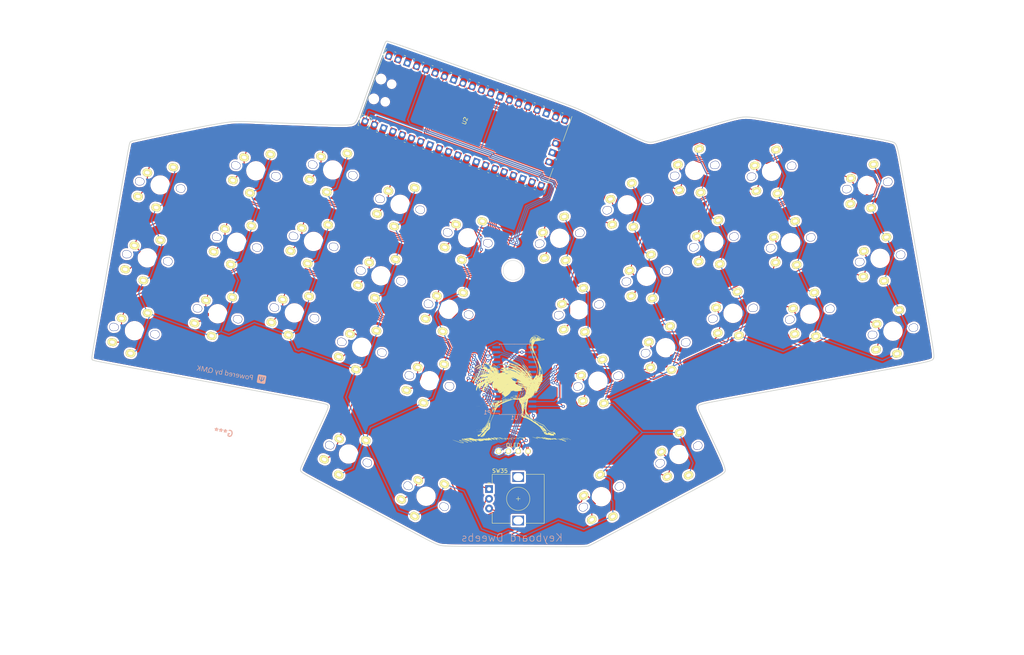
<source format=kicad_pcb>
(kicad_pcb (version 20211014) (generator pcbnew)
  (layers (0 "F.Cu" signal) (31 "B.Cu" signal) (34 "B.Paste" user) (35 "F.Paste" user) (36 "B.SilkS" user "B.Silkscreen") (37 "F.SilkS" user "F.Silkscreen") (38 "B.Mask" user) (39 "F.Mask" user) (44 "Edge.Cuts" user))
  (net 0 "")
  (net 1 "SW1")
  (net 2 "GND1")
  (net 3 "SW2")
  (net 4 "SW3")
  (net 5 "SW4")
  (net 6 "SW5")
  (net 7 "SW6")
  (net 8 "SW7")
  (net 9 "SW8")
  (net 10 "SW9")
  (net 11 "SW10")
  (net 12 "SW11")
  (net 13 "SW12")
  (net 14 "SW13")
  (net 15 "SW14")
  (net 16 "SW15")
  (net 17 "SW16")
  (net 18 "SW17")
  (net 19 "SW18")
  (net 20 "SW19")
  (net 21 "SW20")
  (net 22 "SW21")
  (net 23 "SW22")
  (net 24 "SW23")
  (net 25 "SW24")
  (net 26 "SW25")
  (net 27 "SW26")
  (net 28 "SW27")
  (net 29 "SW28")
  (net 30 "SW29")
  (net 31 "SW30")
  (net 32 "SW31")
  (net 33 "SW32")
  (net 34 "SW33")
  (net 35 "SW34")
  (net 36 "3v3")
  (net 37 "GND")
  (net 39 "SCK")
  (net 40 "SDA")
  (net 62 "RE2")
  (net 63 "RE1")
  (footprint "kbd:CherryMX_Choc_1u-w3" (layer "F.Cu") (at 107.005123 132.386599 -25)
    (fp_text reference "SW31" hide)
    (fp_text value "SW_PUSH" hide)
  )
  (footprint "kbd:CherryMX_Choc_1u-w3" (layer "F.Cu") (at 188.656267 105.026119 15)
    (fp_text reference "SW27" hide)
    (fp_text value "SW_PUSH" hide)
  )
  (footprint "kbd:CherryMX_Choc_1u-w3" (layer "F.Cu") (at 73.294396 96.268941 -15)
    (fp_text reference "SW22" hide)
    (fp_text value "SW_PUSH" hide)
  )
  (footprint "kbd:CherryMX_Choc_1u-w3" (layer "F.Cu") (at 126.969611 143.25823 -30)
    (fp_text reference "SW32" hide)
    (fp_text value "SW_PUSH" hide)
  )
  (footprint "kbd:CherryMX_Choc_1u-w3" (layer "F.Cu") (at 183.725764 86.625232 15)
    (fp_text reference "SW17" hide)
    (fp_text value "SW_PUSH" hide)
  )
  (footprint "kbd:CherryMX_Choc_1u-w3" (layer "F.Cu") (at 247.186657 100.763098 10)
    (fp_text reference "SW30" hide)
    (fp_text value "SW_PUSH" hide)
  )
  (footprint "kbd:CherryMX_Choc_1u-w3" (layer "F.Cu") (at 78.224898 77.868054 -15)
    (fp_text reference "SW12" hide)
    (fp_text value "SW_PUSH" hide)
  )
  (footprint "kbd:CherryMX_Choc_1u-w3" (layer "F.Cu") (at 201.074811 77.769206 15)
    (fp_text reference "SW18" hide)
    (fp_text value "SW_PUSH" hide)
  )
  (footprint "kbd:CherryMX_Choc_1u-w3" (layer "F.Cu") (at 115.355373 86.502334 -15)
    (fp_text reference "SW14" hide)
    (fp_text value "SW_PUSH" hide)
  )
  (footprint "kbd:CherryMX_Choc_1u-w3" (layer "F.Cu") (at 132.770159 95.113014 -15)
    (fp_text reference "SW15" hide)
    (fp_text value "SW_PUSH" hide)
  )
  (footprint "MCU_RaspberryPi_and_Boards:RPi_Pico_SMD_TH" (layer "F.Cu") (at 136.996475 46.609025 70)
    (fp_text reference "U2")
    (fp_text value "Pico")
  )
  (footprint "kbd:CherryMX_Choc_1u-w3" (layer "F.Cu") (at 206.005314 96.170093 15)
    (fp_text reference "SW28" hide)
    (fp_text value "SW_PUSH" hide)
  )
  (footprint "kbd:CherryMX_Choc_1u-w3" (layer "F.Cu") (at 51.89448 100.6402 -10)
    (fp_text reference "SW21" hide)
    (fp_text value "SW_PUSH" hide)
  )
  (footprint "kbd:CherryMX_Choc_1u-w3" (layer "F.Cu") (at 83.155401 59.467167 -15)
    (fp_text reference "SW2" hide)
    (fp_text value "SW_PUSH" hide)
  )
  (footprint "kbd:CherryMX_Choc_1u-w3" (layer "F.Cu") (at 178.795261 68.224345 15)
    (fp_text reference "SW7" hide)
    (fp_text value "SW_PUSH" hide)
  )
  (footprint "kbd:CherryMX_Choc_1u-w3" (layer "F.Cu") (at 225.786741 96.391839 15)
    (fp_text reference "SW29" hide)
    (fp_text value "SW_PUSH" hide)
  )
  (footprint "kbd:CherryMX_Choc_1u-w3" (layer "F.Cu") (at 166.310978 95.235912 15)
    (fp_text reference "SW16" hide)
    (fp_text value "SW_PUSH" hide)
  )
  (footprint "kbd:CherryMX_Choc_1u-w3" (layer "F.Cu") (at 110.42487 104.903221 -15)
    (fp_text reference "SW24" hide)
    (fp_text value "SW_PUSH" hide)
  )
  (footprint "kbd:CherryMX_Choc_1u-w3" (layer "F.Cu") (at 120.285875 68.101447 -15)
    (fp_text reference "SW4" hide)
    (fp_text value "SW_PUSH" hide)
  )
  (footprint "kbd:CherryMX_Choc_1u-w3" (layer "F.Cu") (at 58.510475 63.119025 -10)
    (fp_text reference "SW1" hide)
    (fp_text value "SW_PUSH" hide)
  )
  (footprint "kbd:CherryMX_Choc_1u-w3" (layer "F.Cu") (at 93.075823 96.047195 -15)
    (fp_text reference "SW23" hide)
    (fp_text value "SW_PUSH" hide)
  )
  (footprint "kbd:CherryMX_Choc_1u-w3" (layer "F.Cu") (at 161.380475 76.835025 15)
    (fp_text reference "SW6" hide)
    (fp_text value "SW_PUSH" hide)
  )
  (footprint "kbd:OLED_v2" (layer "F.Cu") (at 149.442475 131.699024)
    (fp_text reference "OL1")
    (fp_text value "OLED" hide)
  )
  (footprint "kbd:CherryMX_Choc_1u-w3" (layer "F.Cu") (at 137.700662 76.712127 -15)
    (fp_text reference "SW5" hide)
    (fp_text value "SW_PUSH" hide)
  )
  (footprint "kbd:CherryMX_Choc_1u-w3" (layer "F.Cu") (at 98.006326 77.646308 -15)
    (fp_text reference "SW13" hide)
    (fp_text value "SW_PUSH" hide)
  )
  (footprint "kbd:CherryMX_Choc_1u-w3" (layer "F.Cu") (at 220.856239 77.990952 15)
    (fp_text reference "SW19" hide)
    (fp_text value "SW_PUSH" hide)
  )
  (footprint "kbd:CherryMX_Choc_1u-w3" (layer "F.Cu") (at 171.241481 113.636799 15)
    (fp_text reference "SW26" hide)
    (fp_text value "SW_PUSH" hide)
  )
  (footprint "kbd:CherryMX_Choc_1u-w3" (layer "F.Cu") (at 172.111526 143.381128 30)
    (fp_text reference "SW33" hide)
    (fp_text value "SW_PUSH" hide)
  )
  (footprint "kbd:CherryMX_Choc_1u-w3" (layer "F.Cu") (at 192.076014 132.509497 25)
    (fp_text reference "SW34" hide)
    (fp_text value "SW_PUSH" hide)
  )
  (footprint "kbd:CherryMX_Choc_1u-w3" (layer "F.Cu") (at 215.925736 59.590064 15)
    (fp_text reference "SW9" hide)
    (fp_text value "SW_PUSH" hide)
  )
  (footprint "Rotary_Encoder:RotaryEncoder_Alps_EC12E_Vertical_H20mm" (layer "F.Cu") (at 143.194475 141.421025)
    (fp_text reference "SW35")
    (fp_text value "RotaryEncoder")
  )
  (footprint "kbd:CherryMX_Choc_1u-w3" (layer "F.Cu") (at 127.839656 113.513901 -15)
    (fp_text reference "SW25" hide)
    (fp_text value "SW_PUSH" hide)
  )
  (footprint "kbd:CherryMX_Choc_1u-w3" (layer "F.Cu") (at 55.202478 81.879613 -10)
    (fp_text reference "SW11" hide)
    (fp_text value "SW_PUSH" hide)
  )
  (footprint "images:ostrich35mm" (layer "F.Cu") (at 149.098 115.824)
    (fp_text reference "G***")
    (fp_text value "LOGO" hide)
  )
  (footprint "kbd:CherryMX_Choc_1u-w3" (layer "F.Cu") (at 196.144308 59.368319 15)
    (fp_text reference "SW8" hide)
    (fp_text value "SW_PUSH" hide)
  )
  (footprint "kbd:CherryMX_Choc_1u-w3" (layer "F.Cu") (at 243.878659 82.002511 10)
    (fp_text reference "SW20" hide)
    (fp_text value "SW_PUSH" hide)
  )
  (footprint "kbd:CherryMX_Choc_1u-w3" (layer "F.Cu") (at 240.570662 63.241923 10)
    (fp_text reference "SW10" hide)
    (fp_text value "SW_PUSH" hide)
  )
  (footprint "kbd:CherryMX_Choc_1u-w3" (layer "F.Cu") (at 102.936829 59.245421 -15)
    (fp_text reference "SW3" hide)
    (fp_text value "SW_PUSH" hide)
  )
  (footprint "images:qmk20mm" (layer "B.Cu") (at 76.962 111.76 170)
    (fp_text reference "G***")
    (fp_text value "LOGO" hide)
  )
  (footprint "Package_SO:SOIC-28W_7.5x17.9mm_P1.27mm" (layer "B.Cu") (at 149.696475 113.157025)
    (fp_text reference "U1")
    (fp_text value "MCP23017_SO")
  )
  (gr_curve (pts (xy 52.855139 51.467435) (xy 51.627888 51.735431) (xy 51.627888 51.735379) (xy 51.469036 51.772337)) (layer "Edge.Cuts") (width 0.2))
  (gr_curve (pts (xy 94.777891 136.885756) (xy 95.110732 137.314559) (xy 95.968237 137.787684) (xy 101.837973 140.922146)) (layer "Edge.Cuts") (width 0.2))
  (gr_curve (pts (xy 48.912603 61.804346) (xy 47.284107 71.052512) (xy 44.093715 89.248716) (xy 42.465803 98.475038)) (layer "Edge.Cuts") (width 0.2))
  (gr_curve (pts (xy 163.173182 156.25389) (xy 167.882164 156.268699) (xy 168.237002 156.268699) (xy 168.828314 156.046881)) (layer "Edge.Cuts") (width 0.2))
  (gr_curve (pts (xy 101.763754 119.993918) (xy 101.852273 120.459677) (xy 101.467869 121.287616) (xy 100.233303 123.963734)) (layer "Edge.Cuts") (width 0.2))
  (gr_curve (pts (xy 249.857108 61.534446) (xy 248.312077 52.81869) (xy 248.238136 52.449095) (xy 247.173725 52.079347)) (layer "Edge.Cuts") (width 0.2))
  (gr_curve (pts (xy 116.89616 26.094766) (xy 116.54851 26.087374) (xy 116.489379 26.264819) (xy 115.254812 29.687596)) (layer "Edge.Cuts") (width 0.2))
  (gr_curve (pts (xy 91.172132 117.586963) (xy 101.113413 119.424653) (xy 101.675235 119.528158) (xy 101.763754 119.993918)) (layer "Edge.Cuts") (width 0.2))
  (gr_curve (pts (xy 247.513831 110.294851) (xy 256.931846 108.542836) (xy 257.493642 108.409765) (xy 257.670986 107.69285)) (layer "Edge.Cuts") (width 0.2))
  (gr_curve (pts (xy 74.337723 47.207551) (xy 70.848398 47.761956) (xy 64.919734 48.944733) (xy 60.7282 49.804116)) (layer "Edge.Cuts") (width 0.2))
  (gr_line (start 51.469036 51.772337) (end 51.469036 51.772337) (layer "Edge.Cuts") (width 0.2))
  (gr_curve (pts (xy 131.93263 156.061791) (xy 133.743802 156.150386) (xy 137.040773 156.165219) (xy 143.220974 156.187394)) (layer "Edge.Cuts") (width 0.2))
  (gr_curve (pts (xy 124.192716 152.831342) (xy 129.79621 155.810508) (xy 130.121483 155.973145) (xy 131.93263 156.061791)) (layer "Edge.Cuts") (width 0.2))
  (gr_curve (pts (xy 51.469036 51.772362) (xy 51.310185 51.809269) (xy 50.992304 51.883208) (xy 50.8 52.07)) (layer "Edge.Cuts") (width 0.2))
  (gr_curve (pts (xy 202.020475 131.445025) (xy 200.778517 128.754124) (xy 198.945221 124.836199) (xy 197.932447 122.677605)) (layer "Edge.Cuts") (width 0.2))
  (gr_curve (pts (xy 197.45193 48.582478) (xy 193.681731 49.698782) (xy 189.808155 50.822402) (xy 187.605188 51.472922)) (layer "Edge.Cuts") (width 0.2))
  (gr_curve (pts (xy 98.969475 47.540213) (xy 94.179086 47.362795) (xy 87.052887 47.081871) (xy 82.964833 46.904452)) (layer "Edge.Cuts") (width 0.2))
  (gr_curve (pts (xy 257.670986 107.69285) (xy 257.848354 106.975935) (xy 257.641395 105.674896) (xy 256.029765 96.493279)) (layer "Edge.Cuts") (width 0.2))
  (gr_curve (pts (xy 144.499737 35.719715) (xy 136.730156 32.962291) (xy 127.622808 29.724451) (xy 122.751165 28.009392)) (layer "Edge.Cuts") (width 0.2))
  (gr_curve (pts (xy 162.263887 42.055084) (xy 158.700648 40.753969) (xy 152.269317 38.477139) (xy 144.499737 35.719715)) (layer "Edge.Cuts") (width 0.2))
  (gr_curve (pts (xy 42.465803 98.475038) (xy 40.837917 107.701384) (xy 40.772563 107.957517) (xy 41.053717 108.150863)) (layer "Edge.Cuts") (width 0.2))
  (gr_curve (pts (xy 122.751165 28.009392) (xy 117.879521 26.294308) (xy 117.243784 26.102106) (xy 116.89616 26.094766)) (layer "Edge.Cuts") (width 0.2))
  (gr_curve (pts (xy 215.844579 46.4979) (xy 210.270624 45.544282) (xy 209.41312 45.396429) (xy 207.15092 45.876895)) (layer "Edge.Cuts") (width 0.2))
  (gr_curve (pts (xy 95.775679 133.618248) (xy 94.637225 136.072549) (xy 94.445024 136.456953) (xy 94.777891 136.885756)) (layer "Edge.Cuts") (width 0.2))
  (gr_curve (pts (xy 110.316671 43.348808) (xy 109.022973 46.919388) (xy 108.845554 47.392488) (xy 107.529834 47.592005)) (layer "Edge.Cuts") (width 0.2))
  (gr_curve (pts (xy 100.233303 123.963734) (xy 98.998736 126.639853) (xy 96.914107 131.163949) (xy 95.775679 133.618248)) (layer "Edge.Cuts") (width 0.2))
  (gr_curve (pts (xy 60.7282 49.804116) (xy 56.536641 50.6635) (xy 54.082392 51.19944) (xy 52.855139 51.467435)) (layer "Edge.Cuts") (width 0.2))
  (gr_curve (pts (xy 51.93632 110.326195) (xy 61.910495 112.177499) (xy 81.230851 115.749298) (xy 91.172132 117.586963)) (layer "Edge.Cuts") (width 0.2))
  (gr_curve (pts (xy 203.986867 136.456978) (xy 203.912978 135.599627) (xy 203.262434 134.135926) (xy 202.020475 131.445025)) (layer "Edge.Cuts") (width 0.2))
  (gr_curve (pts (xy 168.828314 156.046881) (xy 169.419651 155.825063) (xy 170.24759 155.381527) (xy 175.991647 152.306197)) (layer "Edge.Cuts") (width 0.2))
  (gr_curve (pts (xy 187.605188 51.472922) (xy 185.40222 52.123467) (xy 184.869962 52.300886) (xy 183.724195 51.960932)) (layer "Edge.Cuts") (width 0.2))
  (gr_curve (pts (xy 197.932447 122.677605) (xy 196.919698 120.519012) (xy 196.727495 120.1198) (xy 197.466789 119.764784)) (layer "Edge.Cuts") (width 0.2))
  (gr_curve (pts (xy 209.849365 117.258541) (xy 219.821989 115.417776) (xy 238.095816 112.046867) (xy 247.513831 110.294851)) (layer "Edge.Cuts") (width 0.2))
  (gr_curve (pts (xy 41.053717 108.150863) (xy 41.334868 108.344208) (xy 41.962121 108.474891) (xy 51.93632 110.326195)) (layer "Edge.Cuts") (width 0.2))
  (gr_curve (pts (xy 107.529834 47.592005) (xy 106.214114 47.791547) (xy 103.759864 47.717608) (xy 98.969475 47.540213)) (layer "Edge.Cuts") (width 0.2))
  (gr_curve (pts (xy 50.8 52.07) (xy 50.607672 52.256791) (xy 50.541124 52.556181) (xy 48.912603 61.804346)) (layer "Edge.Cuts") (width 0.2))
  (gr_curve (pts (xy 256.029765 96.493279) (xy 254.418186 87.311661) (xy 251.402114 70.250177) (xy 249.857108 61.534446)) (layer "Edge.Cuts") (width 0.2))
  (gr_curve (pts (xy 115.254812 29.687596) (xy 114.020245 33.110373) (xy 111.610344 39.778254) (xy 110.316671 43.348808)) (layer "Edge.Cuts") (width 0.2))
  (gr_curve (pts (xy 183.724195 51.960932) (xy 182.578426 51.620978) (xy 180.819044 50.763449) (xy 177.965507 49.351488)) (layer "Edge.Cuts") (width 0.2))
  (gr_circle (center 149.352 85.09) (end 149.352 87.63) (layer "Edge.Cuts") (width 0.1) (fill none))
  (gr_curve (pts (xy 247.173725 52.079347) (xy 246.109338 51.709599) (xy 244.054249 51.339977) (xy 237.88144 50.275439)) (layer "Edge.Cuts") (width 0.2))
  (gr_curve (pts (xy 101.837973 140.922146) (xy 107.70771 144.056608) (xy 118.589221 149.852176) (xy 124.192716 152.831342)) (layer "Edge.Cuts") (width 0.2))
  (gr_curve (pts (xy 143.220974 156.187394) (xy 149.401175 156.209593) (xy 158.464174 156.239108) (xy 163.173182 156.25389)) (layer "Edge.Cuts") (width 0.2))
  (gr_curve (pts (xy 197.97677 140.544829) (xy 203.55809 137.565663) (xy 204.060781 137.31433) (xy 203.986867 136.456978)) (layer "Edge.Cuts") (width 0.2))
  (gr_curve (pts (xy 207.15092 45.876895) (xy 204.888719 46.357362) (xy 201.222127 47.466224) (xy 197.45193 48.582478)) (layer "Edge.Cuts") (width 0.2))
  (gr_curve (pts (xy 175.991647 152.306197) (xy 181.735705 149.230892) (xy 192.39545 143.524019) (xy 197.97677 140.544829)) (layer "Edge.Cuts") (width 0.2))
  (gr_curve (pts (xy 168.843224 44.827317) (xy 166.521994 43.681472) (xy 165.827126 43.356199) (xy 162.263887 42.055084)) (layer "Edge.Cuts") (width 0.2))
  (gr_curve (pts (xy 177.965507 49.351488) (xy 175.111995 47.939502) (xy 171.164479 45.973161) (xy 168.843224 44.827317)) (layer "Edge.Cuts") (width 0.2))
  (gr_curve (pts (xy 82.964833 46.904452) (xy 78.876778 46.727059) (xy 77.827074 46.653119) (xy 74.337723 47.207551)) (layer "Edge.Cuts") (width 0.2))
  (gr_curve (pts (xy 197.466789 119.764784) (xy 198.206056 119.409768) (xy 199.876741 119.099279) (xy 209.849365 117.258541)) (layer "Edge.Cuts") (width 0.2))
  (gr_curve (pts (xy 237.88144 50.275439) (xy 231.708605 49.210899) (xy 221.418506 47.451518) (xy 215.844579 46.4979)) (layer "Edge.Cuts") (width 0.2))
  (gr_text "P1" (at 142.748 121.666) (layer "B.SilkS") (effects (font (size 1 1)) (justify mirror)))
  (gr_text "Keyboard Dweebs" (at 149.098 153.924) (layer "B.SilkS") (effects (font (size 2 2)) (justify mirror)))
  (segment (start 81.367322 50.43954) (end 87.227313 47.706982) (width 0.25) (layer "F.Cu") (net 1))
  (segment (start 102.222153 48.839839) (end 116.78175 54.139099) (width 0.25) (layer "F.Cu") (net 1))
  (segment (start 57.496961 53.643579) (end 66.611164 49.393557) (width 0.25) (layer "F.Cu") (net 1))
  (segment (start 55.199424 63.685474) (end 52.810728 66.07417) (width 0.25) (layer "F.Cu") (net 1))
  (segment (start 116.78175 54.139099) (end 118.495267 49.431249) (width 0.25) (layer "F.Cu") (net 1))
  (segment (start 55.199423 59.956013) (end 57.496961 53.643579) (width 0.25) (layer "F.Cu") (net 1))
  (segment (start 55.199424 59.956014) (end 55.199424 63.685474) (width 0.25) (layer "F.Cu") (net 1))
  (segment (start 118.495267 49.431249) (end 118.441591 49.31614) (width 0.25) (layer "F.Cu") (net 1))
  (segment (start 66.611164 49.393557) (end 69.236666 50.349161) (width 0.25) (layer "F.Cu") (net 1))
  (segment (start 97.013272 51.26878) (end 102.222153 48.839839) (width 0.25) (layer "F.Cu") (net 1))
  (segment (start 87.227313 47.706982) (end 97.013272 51.26878) (width 0.25) (layer "F.Cu") (net 1))
  (segment (start 69.236666 50.349161) (end 74.445546 47.92022) (width 0.25) (layer "F.Cu") (net 1))
  (segment (start 74.445546 47.92022) (end 81.367322 50.43954) (width 0.25) (layer "F.Cu") (net 1))
  (segment (start 204.73398 77.610171) (end 202.213462 72.204902) (width 0.25) (layer "B.Cu") (net 2))
  (segment (start 185.252797 92.324194) (end 186.89688 87.807113) (width 0.25) (layer "B.Cu") (net 2))
  (segment (start 192.315436 104.867084) (end 189.794918 99.461815) (width 0.25) (layer "B.Cu") (net 2))
  (segment (start 131.243126 100.811977) (end 129.516606 97.109442) (width 0.25) (layer "B.Cu") (net 2))
  (segment (start 141.210003 53.598609) (end 146.004082 40.426985) (width 0.25) (layer "B.Cu") (net 2))
  (segment (start 94.966463 105.531578) (end 108.897838 110.602184) (width 0.25) (layer "B.Cu") (net 2))
  (segment (start 224.515409 77.831917) (end 221.99489 72.426648) (width 0.25) (layer "B.Cu") (net 2))
  (segment (start 200.751549 71.67281) (end 197.671341 65.067281) (width 0.25) (layer "B.Cu") (net 2))
  (segment (start 138.558003 81.299239) (end 141.640409 72.830396) (width 0.25) (layer "B.Cu") (net 2))
  (segment (start 98.863667 82.233419) (end 101.946074 73.764577) (width 0.25) (layer "B.Cu") (net 2))
  (segment (start 116.212713 91.089445) (end 119.29512 82.620603) (width 0.25) (layer "B.Cu") (net 2))
  (segment (start 209.664483 96.011057) (end 207.143965 90.605789) (width 0.25) (layer "B.Cu") (net 2))
  (segment (start 248.211182 106.573464) (end 250.772455 99.536422) (width 0.25) (layer "B.Cu") (net 2))
  (segment (start 216.576333 55.366677) (end 217.064387 54.025761) (width 0.25) (layer "B.Cu") (net 2))
  (segment (start 114.193122 100.653718) (end 115.761022 96.345947) (width 0.25) (layer "B.Cu") (net 2))
  (segment (start 205.682051 90.073696) (end 202.601843 83.468169) (width 0.25) (layer "B.Cu") (net 2))
  (segment (start 170.918219 107.540402) (end 167.838011 100.934874) (width 0.25) (layer "B.Cu") (net 2))
  (segment (start 171.771231 137.711719) (end 174.094943 138.557481) (width 0.25) (layer "B.Cu") (net 2))
  (segment (start 245.013171 76.382181) (end 241.595186 69.052288) (width 0.25) (layer "B.Cu") (net 2))
  (segment (start 144.541388 55.44731) (end 144.237769 54.796198) (width 0.25) (layer "B.Cu") (net 2))
  (segment (start 194.569462 137.856713) (end 195.717993 134.701149) (width 0.25) (layer "B.Cu") (net 2))
  (segment (start 84.012742 64.054278) (end 87.095148 55.585436) (width 0.25) (layer "B.Cu") (net 2))
  (segment (start 168.685499 90.907478) (end 168.685499 100.087385) (width 0.25) (layer "B.Cu") (net 2))
  (segment (start 136.17363 82.41109) (end 138.558003 81.299239) (width 0.25) (layer "B.Cu") (net 2))
  (segment (start 52.945457 91.076235) (end 55.278024 96.078443) (width 0.25) (layer "B.Cu") (net 2))
  (segment (start 151.108656 77.907463) (end 150.585896 76.7864) (width 0.25) (layer "B.Cu") (net 2))
  (segment (start 101.774579 73.396805) (end 103.342479 69.089034) (width 0.25) (layer "B.Cu") (net 2))
  (segment (start 160.263011 62.81116) (end 159.94825 62.136153) (width 0.25) (layer "B.Cu") (net 2))
  (segment (start 245.387953 87.989319) (end 244.903183 87.812877) (width 0.25) (layer "B.Cu") (net 2))
  (segment (start 156.72245 59.880853) (end 156.126894 59.664089) (width 0.25) (layer "B.Cu") (net 2))
  (segment (start 167.449629 89.671608) (end 168.685499 90.907478) (width 0.25) (layer "B.Cu") (net 2))
  (segment (start 110.548666 129.593429) (end 110.466356 129.416915) (width 0.25) (layer "B.Cu") (net 2))
  (segment (start 172.380132 108.072495) (end 170.918219 107.540402) (width 0.25) (layer "B.Cu") (net 2))
  (segment (start 91.54879 101.746157) (end 93.933163 100.634306) (width 0.25) (layer "B.Cu") (net 2))
  (segment (start 172.983329 118.745559) (end 190.183299 110.725081) (width 0.25) (layer "B.Cu") (net 2))
  (segment (start 184.376362 82.401845) (end 184.864415 81.060928) (width 0.25) (layer "B.Cu") (net 2))
  (segment (start 227.313773 102.090802) (end 244.449342 108.327639) (width 0.25) (layer "B.Cu") (net 2))
  (segment (start 172.768513 119.335761) (end 175.154705 119.335761) (width 0.25) (layer "B.Cu") (net 2))
  (segment (start 144.237769 54.796198) (end 141.26368 53.713718) (width 0.25) (layer "B.Cu") (net 2))
  (segment (start 159.94825 62.136153) (end 157.329687 61.183073) (width 0.25) (layer "B.Cu") (net 2))
  (segment (start 174.752 139.214538) (end 174.752 144.272) (width 0.25) (layer "B.Cu") (net 2))
  (segment (start 110.466356 129.416915) (end 110.510342 129.296063) (width 0.25) (layer "B.Cu") (net 2))
  (segment (start 174.850481 148.413863) (end 175.061526 148.490678) (width 0.25) (layer "B.Cu") (net 2))
  (segment (start 222.383272 83.689915) (end 224.515409 77.831917) (width 0.25) (layer "B.Cu") (net 2))
  (segment (start 58.586022 77.317856) (end 59.03741 78.285859) (width 0.25) (layer "B.Cu") (net 2))
  (segment (start 129.516606 97.109442) (end 130.897003 93.316833) (width 0.25) (layer "B.Cu") (net 2))
  (segment (start 131.779403 109.63217) (end 131.607908 109.264398) (width 0.25) (layer "B.Cu") (net 2))
  (segment (start 220.532977 71.894555) (end 217.452768 65.289027) (width 0.25) (layer "B.Cu") (net 2))
  (segment (start 149.456607 75.762616) (end 149.184613 75.889448) (width 0.25) (layer "B.Cu") (net 2))
  (segment (start 77.062648 92.019438) (end 78.630548 87.711668) (width 0.25) (layer "B.Cu") (net 2))
  (segment (start 93.354848 105.61926) (end 94.154371 105.910263) (width 0.25) (layer "B.Cu") (net 2))
  (segment (start 96.479294 83.345271) (end 98.863667 82.233419) (width 0.25) (layer "B.Cu") (net 2))
  (segment (start 150.296517 78.736009) (end 150.91146 78.449257) (width 0.25) (layer "B.Cu") (net 2))
  (segment (start 83.561051 69.310779) (end 81.628369 65.16613) (width 0.25) (layer "B.Cu") (net 2))
  (segment (start 218.909233 106.009903) (end 227.313773 102.090802) (width 0.25) (layer "B.Cu") (net 2))
  (segment (start 145.57103 153.276318) (end 148.17547 152.061848) (width 0.25) (layer "B.Cu") (net 2))
  (segment (start 229.178553 95.659455) (end 226.925392 90.827535) (width 0.25) (layer "B.Cu") (net 2))
  (segment (start 56.253454 72.315646) (end 58.586022 77.317856) (width 0.25) (layer "B.Cu") (net 2))
  (segment (start 141.468914 72.462624) (end 149.23605 75.28963) (width 0.25) (layer "B.Cu") (net 2))
  (segment (start 167.553209 151.816637) (end 174.850481 148.413863) (width 0.25) (layer "B.Cu") (net 2))
  (segment (start 158.878927 66.6139) (end 160.263011 62.81116) (width 0.25) (layer "B.Cu") (net 2))
  (segment (start 59.216258 68.122534) (end 57.48595 68.92939) (width 0.25) (layer "B.Cu") (net 2))
  (segment (start 148.461043 77.877441) (end 148.568039 78.106895) (width 0.25) (layer "B.Cu") (net 2))
  (segment (start 174.094943 138.557481) (end 174.752 139.214538) (width 0.25) (layer "B.Cu") (net 2))
  (segment (start 180.322294 73.923307) (end 180.054937 73.349959) (width 0.25) (layer "B.Cu") (net 2))
  (segment (start 108.21421 136.007295) (end 110.548666 129.593429) (width 0.25) (layer "B.Cu") (net 2))
  (segment (start 207.532346 101.869055) (end 209.664483 96.011057) (width 0.25) (layer "B.Cu") (net 2))
  (segment (start 104.511675 137.733815) (end 108.21421 136.007295) (width 0.25) (layer "B.Cu") (net 2))
  (segment (start 76.697865 83.567016) (end 79.082238 82.455165) (width 0.25) (layer "B.Cu") (net 2))
  (segment (start 55.908262 86.883123) (end 54.177953 87.689979) (width 0.25) (layer "B.Cu") (net 2))
  (segment (start 244.903183 87.812877) (end 247.485098 80.719124) (width 0.25) (layer "B.Cu") (net 2))
  (segment (start 94.154371 105.910263) (end 94.966463 105.531578) (width 0.25) (layer "B.Cu") (net 2))
  (segment (start 180.054937 73.349959) (end 182.187074 67.491961) (width 0.25) (layer "B.Cu") (net 2))
  (segment (start 118.758843 73.80041) (end 121.143216 72.688558) (width 0.25) (layer "B.Cu") (net 2))
  (segment (start 128.696996 118.101012) (end 131.779403 109.63217) (width 0.25) (layer "B.Cu") (net 2))
  (segment (start 62.345407 59.525271) (end 59.216258 68.122534) (width 0.25) (layer "B.Cu") (net 2))
  (segment (start 165.987716 89.139515) (end 162.907508 82.533987) (width 0.25) (layer "B.Cu") (net 2))
  (segment (start 121.143216 72.688558) (end 124.225622 64.219716) (width 0.25) (layer "B.Cu") (net 2))
  (segment (start 61.894019 58.557267) (end 62.345407 59.525271) (width 0.25) (layer "B.Cu") (net 2))
  (segment (start 174.752 144.272) (end 175.061526 144.581526) (width 0.25) (layer "B.Cu") (net 2))
  (segment (start 54.177953 87.689979) (end 52.945457 91.076235) (width 0.25) (layer "B.Cu") (net 2))
  (segment (start 79.082238 82.455165) (end 82.164645 73.986323) (width 0.25) (layer "B.Cu") (net 2))
  (segment (start 129.669488 145.733199) (end 131.709315 140.128821) (width 0.25) (layer "B.Cu") (net 2))
  (segment (start 113.82834 92.201297) (end 116.212713 91.089445) (width 0.25) (layer "B.Cu") (net 2))
  (segment (start 241.595186 69.052288) (end 244.15646 62.015246) (width 0.25) (layer "B.Cu") (net 2))
  (segment (start 76.197513 101.600654) (end 82.751831 98.544326) (width 0.25) (layer "B.Cu") (net 2))
  (segment (start 115.761022 96.345947) (end 113.82834 92.201297) (width 0.25) (layer "B.Cu") (net 2))
  (segment (start 74.151736 100.856052) (end 77.234143 92.38721) (width 0.25) (layer "B.Cu") (net 2))
  (segment (start 108.897838 110.602184) (end 106.287033 117.775311) (width 0.25) (layer "B.Cu") (net 2))
  (segment (start 183.402502 80.528835) (end 180.322294 73.923307) (width 0.25) (layer "B.Cu") (net 2))
  (segment (start 101.946074 73.764577) (end 101.774579 73.396805) (width 0.25) (layer "B.Cu") (net 2))
  (segment (start 119.843809 146.847912) (end 124.019611 148.36778) (width 0.25) (layer "B.Cu") (net 2))
  (segment (start 133.175808 104.956627) (end 131.243126 100.811977) (width 0.25) (layer "B.Cu") (net 2))
  (segment (start 175.061526 144.581526) (end 175.061526 148.490678) (width 0.25) (layer "B.Cu") (net 2))
  (segment (start 150.585896 76.7864) (end 153.350003 69.19208) (width 0.25) (layer "B.Cu") (net 2))
  (segment (start 130.897003 93.316833) (end 136.324856 90.785783) (width 0.25) (layer "B.Cu") (net 2))
  (segment (start 96.844075 91.797691) (end 98.411976 87.489919) (width 0.25) (layer "B.Cu") (net 2))
  (segment (start 106.876576 55.36369) (end 106.705081 54.995918) (width 0.25) (layer "B.Cu") (net 2))
  (segment (start 184.864415 81.060928) (end 183.402502 80.528835) (width 0.25) (layer "B.Cu") (net 2))
  (segment (start 87.095148 55.585436) (end 86.923654 55.217664) (width 0.25) (layer "B.Cu") (net 2))
  (segment (start 165.039645 76.67599) (end 162.519126 71.270721) (width 0.25) (layer "B.Cu") (net 2))
  (segment (start 114.364617 101.02149) (end 114.193122 100.653718) (width 0.25) (layer "B.Cu") (net 2))
  (segment (start 119.29512 82.620603) (end 119.123625 82.252831) (width 0.25) (layer "B.Cu") (net 2))
  (segment (start 59.03741 78.285859) (end 55.908262 86.883123) (width 0.25) (layer "B.Cu") (net 2))
  (segment (start 81.628369 65.16613) (end 84.012742 64.054278) (width 0.25) (layer "B.Cu") (net 2))
  (segment (start 202.213462 72.204902) (end 200.751549 71.67281) (width 0.25) (layer "B.Cu") (net 2))
  (segment (start 55.278024 96.078443) (end 55.729412 97.046446) (width 0.25) (layer "B.Cu") (net 2))
  (segment (start 186.89688 87.807113) (end 184.376362 82.401845) (width 0.25) (layer "B.Cu") (net 2))
  (segment (start 74.151736 100.856052) (end 76.197513 101.600654) (width 0.25) (layer "B.Cu") (net 2))
  (segment (start 196.794906 55.144932) (end 197.282959 53.804015) (width 0.25) (layer "B.Cu") (net 2))
  (segment (start 174.90065 113.477764) (end 172.380132 108.072495) (width 0.25) (layer "B.Cu") (net 2))
  (segment (start 250.772455 99.536422) (end 248.805937 95.319209) (width 0.25) (layer "B.Cu") (net 2))
  (segment (start 152.233063 153.538691) (end 161.023049 149.439853) (width 0.25) (layer "B.Cu") (net 2))
  (segment (start 78.630548 87.711668) (end 76.697865 83.567016) (width 0.25) (layer "B.Cu") (net 2))
  (segment (start 150.91146 78.449257) (end 151.108656 77.907463) (width 0.25) (layer "B.Cu") (net 2))
  (segment (start 227.046417 101.517453) (end 229.178553 95.659455) (width 0.25) (layer "B.Cu") (net 2))
  (segment (start 111.454046 128.856006) (end 119.843809 146.847912) (width 0.25) (layer "B.Cu") (net 2))
  (segment (start 182.187074 67.491961) (end 179.933913 62.660041) (width 0.25) (layer "B.Cu") (net 2))
  (segment (start 153.350003 69.19208) (end 158.878927 66.6139) (width 0.25) (layer "B.Cu") (net 2))
  (segment (start 202.601843 83.468169) (end 204.73398 77.610171) (width 0.25) (layer "B.Cu") (net 2))
  (segment (start 136.724304 141.954127) (end 141.274755 151.712602) (width 0.25) (layer "B.Cu") (net 2))
  (segment (start 55.278024 96.078443) (end 71.632267 102.0309) (width 0.25) (layer "B.Cu") (net 2))
  (segment (start 119.123625 82.252831) (end 120.691525 77.94506) (width 0.25) (layer "B.Cu") (net 2))
  (segment (start 245.554649 76.579263) (end 245.497939 76.558622) (width 0.25) (layer "B.Cu") (net 2))
  (segment (start 136.538411 90.863511) (end 138.106312 86.555739) (width 0.25) (layer "B.Cu") (net 2))
  (segment (start 138.106312 86.555739) (end 136.17363 82.41109) (width 0.25) (layer "B.Cu") (net 2))
  (segment (start 131.607908 109.264398) (end 133.175808 104.956627) (width 0.25) (layer "B.Cu") (net 2))
  (segment (start 97.01557 92.165463) (end 96.844075 91.797691) (width 0.25) (layer "B.Cu") (net 2))
  (segment (start 207.143965 90.605789) (end 205.682051 90.073696) (width 0.25) (layer "B.Cu") (net 2))
  (segment (start 57.48595 68.92939) (end 56.253454 72.315646) (width 0.25) (layer "B.Cu") (net 2))
  (segment (start 148.568039 78.106895) (end 150.296517 78.736009) (width 0.25) (layer "B.Cu") (net 2))
  (segment (start 248.805937 95.319209) (end 245.387953 87.989319) (width 0.25) (layer "B.Cu") (net 2))
  (segment (start 71.767364 101.967904) (end 74.151736 100.856052) (width 0.25) (layer "B.Cu") (net 2))
  (segment (start 157.329687 61.183073) (end 156.72245 59.880853) (width 0.25) (layer "B.Cu") (net 2))
  (segment (start 110.510342 129.296063) (end 111.454046 128.856006) (width 0.25) (layer "B.Cu") (net 2))
  (segment (start 136.324856 90.785783) (end 136.538411 90.863511) (width 0.25) (layer "B.Cu") (net 2))
  (segment (start 81.99315 73.61855) (end 83.561051 69.310779) (width 0.25) (layer "B.Cu") (net 2))
  (segment (start 149.23605 75.28963) (end 149.456607 75.762616) (width 0.25) (layer "B.Cu") (net 2))
  (segment (start 195.717993 134.701149) (end 192.151095 127.051912) (width 0.25) (layer "B.Cu") (net 2))
  (segment (start 247.485098 80.719124) (end 245.554649 76.579263) (width 0.25) (layer "B.Cu") (net 2))
  (segment (start 82.164645 73.986323) (end 81.99315 73.61855) (width 0.25) (layer "B.Cu") (net 2))
  (segment (start 111.454046 128.856006) (end 112.643994 125.58665) (width 0.25) (layer "B.Cu") (net 2))
  (segment (start 172.768513 119.335761) (end 174.90065 113.477764) (width 0.25) (layer "B.Cu") (net 2))
  (segment (start 131.709315 140.128821) (end 136.724304 141.954127) (width 0.25) (layer "B.Cu") (net 2))
  (segment (start 226.925392 90.827535) (end 225.46348 90.295443) (width 0.25) (layer "B.Cu") (net 2))
  (segment (start 103.342479 69.089034) (end 101.409797 64.944384) (width 0.25) (layer "B.Cu") (net 2))
  (segment (start 189.794918 99.461815) (end 188.333005 98.929722) (width 0.25) (layer "B.Cu") (net 2))
  (segment (start 141.274755 151.712602) (end 145.57103 153.276318) (width 0.25) (layer "B.Cu") (net 2))
  (segment (start 190.183299 110.725081) (end 190.519106 109.802459) (width 0.25) (layer "B.Cu") (net 2))
  (segment (start 106.287033 117.775311) (end 111.454046 128.856006) (width 0.25) (layer "B.Cu") (net 2))
  (segment (start 190.183299 110.725081) (end 192.315436 104.867084) (width 0.25) (layer "B.Cu") (net 2))
  (segment (start 172.768513 119.335761) (end 172.983329 118.745559) (width 0.25) (layer "B.Cu") (net 2))
  (segment (start 156.126894 59.664089) (end 144.541388 55.44731) (width 0.25) (layer "B.Cu") (net 2))
  (segment (start 168.685499 100.087385) (end 167.83801 100.934874) (width 0.25) (layer "B.Cu") (net 2))
  (segment (start 71.632267 102.0309) (end 71.767364 101.967904) (width 0.25) (layer "B.Cu") (net 2))
  (segment (start 190.519106 109.802459) (end 207.532346 101.869055) (width 0.25) (layer "B.Cu") (net 2))
  (segment (start 91.54879 101.746157) (end 93.354848 105.61926) (width 0.25) (layer "B.Cu") (net 2))
  (segment (start 199.315424 60.5502) (end 196.794906 55.144932) (width 0.25) (layer "B.Cu") (net 2))
  (segment (start 171.771231 137.711719) (end 182.650947 126.832003) (width 0.25) (layer "B.Cu") (net 2))
  (segment (start 244.449342 108.327639) (end 248.211182 106.573464) (width 0.25) (layer "B.Cu") (net 2))
  (segment (start 124.225622 64.219716) (end 124.054128 63.851944) (width 0.25) (layer "B.Cu") (net 2))
  (segment (start 112.643994 125.58665) (end 126.312624 119.212864) (width 0.25) (layer "B.Cu") (net 2))
  (segment (start 188.333005 98.929722) (end 185.252797 92.324194) (width 0.25) (layer "B.Cu") (net 2))
  (segment (start 108.897838 110.602184) (end 111.28221 109.490332) (width 0.25) (layer "B.Cu") (net 2))
  (segment (start 161.023049 149.439853) (end 167.553209 151.816637) (width 0.25) (layer "B.Cu") (net 2))
  (segment (start 217.452768 65.289027) (end 219.096851 60.771946) (width 0.25) (layer "B.Cu") (net 2))
  (segment (start 227.313773 102.090802) (end 227.046417 101.517453) (width 0.25) (layer "B.Cu") (net 2))
  (segment (start 182.650947 126.832003) (end 192.231135 126.832003) (width 0.25) (layer "B.Cu") (net 2))
  (segment (start 82.751831 98.544326) (end 91.54879 101.746157) (width 0.25) (layer "B.Cu") (net 2))
  (segment (start 244.15646 62.015246) (end 242.189941 57.798033) (width 0.25) (layer "B.Cu") (net 2))
  (segment (start 175.154705 119.335761) (end 182.650947 126.832003) (width 0.25) (layer "B.Cu") (net 2))
  (segment (start 207.532346 101.869055) (end 218.909233 106.009903) (width 0.25) (layer "B.Cu") (net 2))
  (segment (start 124.019611 148.36778) (end 129.669488 145.733199) (width 0.25) (layer "B.Cu") (net 2))
  (segment (start 98.411976 87.489919) (end 96.479294 83.345271) (width 0.25) (layer "B.Cu") (net 2))
  (segment (start 126.312624 119.212864) (end 128.696996 118.101012) (width 0.25) (layer "B.Cu") (net 2))
  (segment (start 149.184613 75.889448) (end 148.461043 77.877441) (width 0.25) (layer "B.Cu") (net 2))
  (segment (start 219.096851 60.771946) (end 216.576333 55.366677) (width 0.25) (layer "B.Cu") (net 2))
  (segment (start 192.151095 127.051912) (end 192.231135 126.832003) (width 0.25) (layer "B.Cu") (net 2))
  (segment (start 141.640409 72.830396) (end 141.468914 72.462624) (width 0.25) (layer "B.Cu") (net 2))
  (segment (start 197.671341 65.067281) (end 199.315424 60.5502) (width 0.25) (layer "B.Cu") (net 2))
  (segment (start 52.600263 105.64371) (end 50.869955 106.450566) (width 0.25) (layer "B.Cu") (net 2))
  (segment (start 111.28221 109.490332) (end 114.364617 101.02149) (width 0.25) (layer "B.Cu") (net 2))
  (segment (start 225.46348 90.295443) (end 222.383272 83.689915) (width 0.25) (layer "B.Cu") (net 2))
  (segment (start 221.99489 72.426648) (end 220.532977 71.894555) (width 0.25) (layer "B.Cu") (net 2))
  (segment (start 55.729412 97.046446) (end 52.600263 105.64371) (width 0.25) (layer "B.Cu") (net 2))
  (segment (start 148.17547 152.061848) (end 152.233063 153.538691) (width 0.25) (layer "B.Cu") (net 2))
  (segment (start 141.26368 53.713718) (end 141.210003 53.598609) (width 0.25) (layer "B.Cu") (net 2))
  (segment (start 167.449629 89.671608) (end 165.987716 89.139515) (width 0.25) (layer "B.Cu") (net 2))
  (segment (start 101.409797 64.944384) (end 103.79417 63.832532) (width 0.25) (layer "B.Cu") (net 2))
  (segment (start 93.933163 100.634306) (end 97.01557 92.165463) (width 0.25) (layer "B.Cu") (net 2))
  (segment (start 120.691525 77.94506) (end 118.758843 73.80041) (width 0.25) (layer "B.Cu") (net 2))
  (segment (start 77.234143 92.38721) (end 77.062648 92.019438) (width 0.25) (layer "B.Cu") (net 2))
  (segment (start 103.79417 63.832532) (end 106.876576 55.36369) (width 0.25) (layer "B.Cu") (net 2))
  (segment (start 162.907508 82.533987) (end 165.039645 76.67599) (width 0.25) (layer "B.Cu") (net 2))
  (segment (start 245.497939 76.558622) (end 245.013171 76.382181) (width 0.25) (layer "B.Cu") (net 2))
  (segment (start 80.132625 56.027615) (end 82.112458 50.588069) (width 0.25) (layer "F.Cu") (net 3))
  (segment (start 87.248537 48.193076) (end 97.034495 51.754873) (width 0.25) (layer "F.Cu") (net 3))
  (segment (start 80.132624 59.001462) (end 77.219785 61.914301) (width 0.25) (layer "F.Cu") (net 3))
  (segment (start 116.802973 54.625193) (end 117.140478 54.467812) (width 0.25) (layer "F.Cu") (net 3))
  (segment (start 97.034495 51.754873) (end 102.243377 49.325933) (width 0.25) (layer "F.Cu") (net 3))
  (segment (start 82.112458 50.588069) (end 87.248537 48.193076) (width 0.25) (layer "F.Cu") (net 3))
  (segment (start 120.115939 52.14237) (end 120.82841 50.184871) (width 0.25) (layer "F.Cu") (net 3))
  (segment (start 117.140478 54.467812) (end 117.551653 53.338116) (width 0.25) (layer "F.Cu") (net 3))
  (segment (start 102.243377 49.325933) (end 116.802973 54.625193) (width 0.25) (layer "F.Cu") (net 3))
  (segment (start 80.132624 56.027615) (end 80.132624 59.001462) (width 0.25) (layer "F.Cu") (net 3))
  (segment (start 117.551653 53.338116) (end 120.115939 52.14237) (width 0.25) (layer "F.Cu") (net 3))
  (segment (start 99.914052 58.779716) (end 97.001213 61.692555) (width 0.25) (layer "F.Cu") (net 4))
  (segment (start 122.664911 52.565588) (end 123.215229 51.053602) (width 0.25) (layer "F.Cu") (net 4))
  (segment (start 102.061093 49.906924) (end 102.264601 49.812027) (width 0.25) (layer "F.Cu") (net 4))
  (segment (start 99.914052 55.805869) (end 102.061093 49.906924) (width 0.25) (layer "F.Cu") (net 4))
  (segment (start 118.190741 54.651928) (end 122.664911 52.565588) (width 0.25) (layer "F.Cu") (net 4))
  (segment (start 117.499205 54.796524) (end 117.626572 54.446588) (width 0.25) (layer "F.Cu") (net 4))
  (segment (start 117.626572 54.446588) (end 118.190741 54.651928) (width 0.25) (layer "F.Cu") (net 4))
  (segment (start 116.824197 55.111287) (end 117.499205 54.796524) (width 0.25) (layer "F.Cu") (net 4))
  (segment (start 99.914052 55.805869) (end 99.914052 58.779716) (width 0.25) (layer "F.Cu") (net 4))
  (segment (start 102.264601 49.812027) (end 116.824197 55.111287) (width 0.25) (layer "F.Cu") (net 4))
  (segment (start 117.263098 67.635742) (end 114.350259 70.548581) (width 0.25) (layer "F.Cu") (net 5))
  (segment (start 117.263098 64.661895) (end 117.263098 67.635742) (width 0.25) (layer "F.Cu") (net 5))
  (segment (start 125.051731 53.434319) (end 125.602049 51.922333) (width 0.25) (layer "F.Cu") (net 5))
  (segment (start 121.035026 54.335659) (end 122.205334 54.761616) (width 0.25) (layer "F.Cu") (net 5))
  (segment (start 117.263099 64.661895) (end 121.018785 54.343233) (width 0.25) (layer "F.Cu") (net 5))
  (segment (start 121.018785 54.343233) (end 121.035026 54.335659) (width 0.25) (layer "F.Cu") (net 5))
  (segment (start 122.205334 54.761616) (end 125.051731 53.434319) (width 0.25) (layer "F.Cu") (net 5))
  (segment (start 129.836445 71.510435) (end 125.329548 61.845362) (width 0.25) (layer "F.Cu") (net 6))
  (segment (start 134.677885 73.272575) (end 134.677885 76.246422) (width 0.25) (layer "F.Cu") (net 6))
  (segment (start 134.677886 73.272575) (end 129.836445 71.510435) (width 0.25) (layer "F.Cu") (net 6))
  (segment (start 134.677885 76.246422) (end 131.765046 79.159261) (width 0.25) (layer "F.Cu") (net 6))
  (segment (start 125.329548 61.845362) (end 127.818879 60.684568) (width 0.25) (layer "F.Cu") (net 6))
  (segment (start 127.818879 60.684568) (end 130.375687 53.659796) (width 0.25) (layer "F.Cu") (net 6))
  (segment (start 157.042898 75.367674) (end 158.619036 78.747712) (width 0.25) (layer "F.Cu") (net 7))
  (segment (start 157.042898 75.367674) (end 161.107639 64.19989) (width 0.25) (layer "F.Cu") (net 7))
  (segment (start 161.107639 64.19989) (end 160.11568 62.072626) (width 0.25) (layer "F.Cu") (net 7))
  (segment (start 158.619036 78.747712) (end 157.463648 81.922113) (width 0.25) (layer "F.Cu") (net 7))
  (segment (start 130.544565 38.605466) (end 130.490888 38.490357) (width 0.25) (layer "F.Cu") (net 7))
  (segment (start 160.11568 62.072626) (end 126.461528 49.823516) (width 0.25) (layer "F.Cu") (net 7))
  (segment (start 130.490888 38.490357) (end 131.683167 35.214598) (width 0.25) (layer "F.Cu") (net 7))
  (segment (start 126.461528 49.823516) (end 130.544565 38.605466) (width 0.25) (layer "F.Cu") (net 7))
  (segment (start 159.334698 61.24777) (end 159.259744 61.282721) (width 0.25) (layer "F.Cu") (net 8))
  (segment (start 160.186493 68.045025) (end 161.593733 64.178666) (width 0.25) (layer "F.Cu") (net 8))
  (segment (start 160.284077 67.999521) (end 160.186493 68.045025) (width 0.25) (layer "F.Cu") (net 8))
  (segment (start 176.033822 70.137032) (end 174.878434 73.311433) (width 0.25) (layer "F.Cu") (net 8))
  (segment (start 159.259744 61.282721) (end 127.037684 49.554851) (width 0.25) (layer "F.Cu") (net 8))
  (segment (start 160.409442 61.638944) (end 159.334698 61.24777) (width 0.25) (layer "F.Cu") (net 8))
  (segment (start 130.761309 39.495258) (end 130.896994 39.544643) (width 0.25) (layer "F.Cu") (net 8))
  (segment (start 130.896994 39.544643) (end 136.456805 36.952061) (width 0.25) (layer "F.Cu") (net 8))
  (segment (start 127.037684 49.554851) (end 130.686355 39.53021) (width 0.25) (layer "F.Cu") (net 8))
  (segment (start 130.686355 39.53021) (end 130.761309 39.495258) (width 0.25) (layer "F.Cu") (net 8))
  (segment (start 174.457684 66.756994) (end 176.033822 70.137032) (width 0.25) (layer "F.Cu") (net 8))
  (segment (start 174.878434 73.311433) (end 160.284077 67.999521) (width 0.25) (layer "F.Cu") (net 8))
  (segment (start 161.593733 64.178666) (end 160.409442 61.638944) (width 0.25) (layer "F.Cu") (net 8))
  (segment (start 174.242665 62.619308) (end 171.034398 71.433949) (width 0.25) (layer "F.Cu") (net 9))
  (segment (start 130.995696 39.994609) (end 132.784988 39.160248) (width 0.25) (layer "F.Cu") (net 9))
  (segment (start 127.688794 49.251233) (end 127.613839 49.286185) (width 0.25) (layer "F.Cu") (net 9))
  (segment (start 162.079827 64.157443) (end 160.738154 61.280217) (width 0.25) (layer "F.Cu") (net 9))
  (segment (start 134.394967 39.746233) (end 138.664164 37.755474) (width 0.25) (layer "F.Cu") (net 9))
  (segment (start 127.613839 49.286185) (end 130.995696 39.994609) (width 0.25) (layer "F.Cu") (net 9))
  (segment (start 160.738154 61.280217) (end 127.688794 49.251233) (width 0.25) (layer "F.Cu") (net 9))
  (segment (start 132.784988 39.160248) (end 134.394967 39.746233) (width 0.25) (layer "F.Cu") (net 9))
  (segment (start 191.806731 57.900968) (end 193.382869 61.281006) (width 0.25) (layer "F.Cu") (net 9))
  (segment (start 192.227481 64.455407) (end 179.91527 59.974129) (width 0.25) (layer "F.Cu") (net 9))
  (segment (start 138.664164 37.755474) (end 138.843625 37.820792) (width 0.25) (layer "F.Cu") (net 9))
  (segment (start 171.034398 71.433949) (end 160.788689 67.704816) (width 0.25) (layer "F.Cu") (net 9))
  (segment (start 193.382869 61.281006) (end 192.227481 64.455407) (width 0.25) (layer "F.Cu") (net 9))
  (segment (start 160.788689 67.704816) (end 162.079827 64.157443) (width 0.25) (layer "F.Cu") (net 9))
  (segment (start 179.91527 59.974129) (end 174.242665 62.619308) (width 0.25) (layer "F.Cu") (net 9))
  (segment (start 185.506343 59.15052) (end 184.741354 61.25231) (width 0.25) (layer "F.Cu") (net 10))
  (segment (start 139.470456 41.491942) (end 143.617263 39.558254) (width 0.25) (layer "F.Cu") (net 10))
  (segment (start 173.232144 64.081384) (end 173.157189 64.116336) (width 0.25) (layer "F.Cu") (net 10))
  (segment (start 135.114735 39.90659) (end 139.470456 41.491942) (width 0.25) (layer "F.Cu") (net 10))
  (segment (start 173.157189 64.116336) (end 170.710779 70.837792) (width 0.25) (layer "F.Cu") (net 10))
  (segment (start 211.588159 58.122714) (end 213.164296 61.502752) (width 0.25) (layer "F.Cu") (net 10))
  (segment (start 199.038486 59.956305) (end 197.880686 57.473396) (width 0.25) (layer "F.Cu") (net 10))
  (segment (start 212.008909 64.677153) (end 199.038486 59.956305) (width 0.25) (layer "F.Cu") (net 10))
  (segment (start 170.710779 70.837792) (end 161.402184 67.449741) (width 0.25) (layer "F.Cu") (net 10))
  (segment (start 161.402184 67.449741) (end 162.58967 64.18715) (width 0.25) (layer "F.Cu") (net 10))
  (segment (start 192.950858 55.679085) (end 185.506343 59.15052) (width 0.25) (layer "F.Cu") (net 10))
  (segment (start 131.354424 40.323322) (end 132.649409 39.719461) (width 0.25) (layer "F.Cu") (net 10))
  (segment (start 132.649409 39.719461) (end 134.259388 40.305446) (width 0.25) (layer "F.Cu") (net 10))
  (segment (start 134.259388 40.305446) (end 135.114735 39.90659) (width 0.25) (layer "F.Cu") (net 10))
  (segment (start 162.58967 64.18715) (end 161.066867 60.921489) (width 0.25) (layer "F.Cu") (net 10))
  (segment (start 184.741354 61.25231) (end 179.894046 59.488035) (width 0.25) (layer "F.Cu") (net 10))
  (segment (start 213.164296 61.502752) (end 212.008909 64.677153) (width 0.25) (layer "F.Cu") (net 10))
  (segment (start 173.883937 62.290595) (end 173.232144 64.081384) (width 0.25) (layer "F.Cu") (net 10))
  (segment (start 161.066867 60.921489) (end 128.209996 48.962566) (width 0.25) (layer "F.Cu") (net 10))
  (segment (start 179.894046 59.488035) (end 173.883937 62.290595) (width 0.25) (layer "F.Cu") (net 10))
  (segment (start 197.880686 57.473396) (end 192.950858 55.679085) (width 0.25) (layer "F.Cu") (net 10))
  (segment (start 128.209996 48.962566) (end 131.354424 40.323322) (width 0.25) (layer "F.Cu") (net 10))
  (segment (start 140.759332 41.386919) (end 146.487699 43.471874) (width 0.25) (layer "F.Cu") (net 11))
  (segment (start 209.204296 56.423221) (end 207.033356 62.38783) (width 0.25) (layer "F.Cu") (net 11))
  (segment (start 162.033292 67.201076) (end 163.110715 64.240881) (width 0.25) (layer "F.Cu") (net 11))
  (segment (start 184.420868 60.647547) (end 179.884563 58.996467) (width 0.25) (layer "F.Cu") (net 11))
  (segment (start 237.63428 64.09733) (end 236.22537 67.968278) (width 0.25) (layer "F.Cu") (net 11))
  (segment (start 173.52521 61.961883) (end 173.31097 62.5505) (width 0.25) (layer "F.Cu") (net 11))
  (segment (start 128.932142 48.747037) (end 128.839288 48.54791) (width 0.25) (layer "F.Cu") (net 11))
  (segment (start 135.280894 40.445436) (end 139.491679 41.978036) (width 0.25) (layer "F.Cu") (net 11))
  (segment (start 128.839288 48.54791) (end 131.713151 40.652036) (width 0.25) (layer "F.Cu") (net 11))
  (segment (start 173.31097 62.5505) (end 173.236016 62.585452) (width 0.25) (layer "F.Cu") (net 11))
  (segment (start 185.115853 58.738091) (end 184.420868 60.647547) (width 0.25) (layer "F.Cu") (net 11))
  (segment (start 170.442113 70.261637) (end 162.033292 67.201076) (width 0.25) (layer "F.Cu") (net 11))
  (segment (start 147.571556 43.546851) (end 148.390902 41.295717) (width 0.25) (layer "F.Cu") (net 11))
  (segment (start 146.71 43.948601) (end 147.571556 43.546851) (width 0.25) (layer "F.Cu") (net 11))
  (segment (start 161.39558 60.562762) (end 128.932142 48.747037) (width 0.25) (layer "F.Cu") (net 11))
  (segment (start 131.713151 40.652036) (end 132.513829 40.278674) (width 0.25) (layer "F.Cu") (net 11))
  (segment (start 146.487699 43.471874) (end 146.71 43.948601) (width 0.25) (layer "F.Cu") (net 11))
  (segment (start 236.377478 61.40211) (end 237.63428 64.09733) (width 0.25) (layer "F.Cu") (net 11))
  (segment (start 236.377478 61.40211) (end 219.553178 55.278566) (width 0.25) (layer "F.Cu") (net 11))
  (segment (start 214.614546 57.581487) (end 210.180961 55.967794) (width 0.25) (layer "F.Cu") (net 11))
  (segment (start 192.810968 55.1498) (end 185.115853 58.738091) (width 0.25) (layer "F.Cu") (net 11))
  (segment (start 132.513829 40.278674) (end 134.268742 40.91741) (width 0.25) (layer "F.Cu") (net 11))
  (segment (start 199.367199 59.597578) (end 198.209399 57.114669) (width 0.25) (layer "F.Cu") (net 11))
  (segment (start 210.180961 55.967794) (end 209.204296 56.423221) (width 0.25) (layer "F.Cu") (net 11))
  (segment (start 139.491679 41.978036) (end 140.759332 41.386919) (width 0.25) (layer "F.Cu") (net 11))
  (segment (start 219.553178 55.278566) (end 214.614546 57.581487) (width 0.25) (layer "F.Cu") (net 11))
  (segment (start 173.236016 62.585452) (end 170.442113 70.261637) (width 0.25) (layer "F.Cu") (net 11))
  (segment (start 198.209399 57.114669) (end 192.810968 55.1498) (width 0.25) (layer "F.Cu") (net 11))
  (segment (start 134.268742 40.91741) (end 135.280894 40.445436) (width 0.25) (layer "F.Cu") (net 11))
  (segment (start 163.110715 64.240881) (end 161.39558 60.562762) (width 0.25) (layer "F.Cu") (net 11))
  (segment (start 207.033356 62.38783) (end 199.367199 59.597578) (width 0.25) (layer "F.Cu") (net 11))
  (segment (start 179.884563 58.996467) (end 173.52521 61.961883) (width 0.25) (layer "F.Cu") (net 11))
  (segment (start 85.051102 68.538998) (end 94.166643 64.288352) (width 0.25) (layer "F.Cu") (net 12))
  (segment (start 53.34 80.165175) (end 51.891427 78.716602) (width 0.25) (layer "F.Cu") (net 12))
  (segment (start 53.34 80.264) (end 53.34 80.165175) (width 0.25) (layer "F.Cu") (net 12))
  (segment (start 138.51673 85.025583) (end 141.006924 78.183831) (width 0.25) (layer "F.Cu") (net 12))
  (segment (start 133.309603 81.508536) (end 134.220455 83.461867) (width 0.25) (layer "F.Cu") (net 12))
  (segment (start 110.635696 70.282597) (end 111.850167 72.887037) (width 0.25) (layer "F.Cu") (net 12))
  (segment (start 94.166643 64.288352) (end 110.635696 70.282597) (width 0.25) (layer "F.Cu") (net 12))
  (segment (start 49.502731 84.834758) (end 50.547242 84.834758) (width 0.25) (layer "F.Cu") (net 12))
  (segment (start 74.787779 64.803454) (end 85.051102 68.538998) (width 0.25) (layer "F.Cu") (net 12))
  (segment (start 52.578 82.804) (end 52.578 81.026) (width 0.25) (layer "F.Cu") (net 12))
  (segment (start 134.220455 83.461867) (end 138.51673 85.025583) (width 0.25) (layer "F.Cu") (net 12))
  (segment (start 53.310174 74.818626) (end 74.787779 64.803454) (width 0.25) (layer "F.Cu") (net 12))
  (segment (start 131.541101 57.884309) (end 132.762506 54.528527) (width 0.25) (layer "F.Cu") (net 12))
  (segment (start 124.738991 77.578185) (end 125.194417 78.55485) (width 0.25) (layer "F.Cu") (net 12))
  (segment (start 111.850167 72.887037) (end 124.738991 77.578185) (width 0.25) (layer "F.Cu") (net 12))
  (segment (start 50.547242 84.834758) (end 52.578 82.804) (width 0.25) (layer "F.Cu") (net 12))
  (segment (start 52.578 81.026) (end 53.34 80.264) (width 0.25) (layer "F.Cu") (net 12))
  (segment (start 125.194417 78.55485) (end 133.309603 81.508536) (width 0.25) (layer "F.Cu") (net 12))
  (segment (start 51.891427 78.716602) (end 53.310174 74.818626) (width 0.25) (layer "F.Cu") (net 12))
  (segment (start 141.006924 78.183831) (end 131.541101 57.884309) (width 0.25) (layer "F.Cu") (net 12))
  (segment (start 75.202121 74.428502) (end 75.202121 77.402349) (width 0.25) (layer "F.Cu") (net 13))
  (segment (start 124.410277 77.936912) (end 111.521454 73.245764) (width 0.25) (layer "F.Cu") (net 13))
  (segment (start 77.962452 66.844556) (end 75.202121 74.428502) (width 0.25) (layer "F.Cu") (net 13))
  (segment (start 133.276618 60.54248) (end 135.149326 55.397258) (width 0.25) (layer "F.Cu") (net 13))
  (segment (start 110.306982 70.641324) (end 94.187866 64.774445) (width 0.25) (layer "F.Cu") (net 13))
  (segment (start 138.875458 85.354295) (end 138.537953 85.511676) (width 0.25) (layer "F.Cu") (net 13))
  (segment (start 132.980889 81.867263) (end 124.865704 78.913578) (width 0.25) (layer "F.Cu") (net 13))
  (segment (start 133.891743 83.820594) (end 132.980889 81.867263) (width 0.25) (layer "F.Cu") (net 13))
  (segment (start 141.224 79.756) (end 141.224 80.196861) (width 0.25) (layer "F.Cu") (net 13))
  (segment (start 85.072326 69.025092) (end 78.452945 66.615835) (width 0.25) (layer "F.Cu") (net 13))
  (segment (start 124.865704 78.913578) (end 124.410277 77.936912) (width 0.25) (layer "F.Cu") (net 13))
  (segment (start 94.187866 64.774445) (end 85.072326 69.025092) (width 0.25) (layer "F.Cu") (net 13))
  (segment (start 141.224 80.196861) (end 140.482855 80.938006) (width 0.25) (layer "F.Cu") (net 13))
  (segment (start 138.537953 85.511676) (end 133.891743 83.820594) (width 0.25) (layer "F.Cu") (net 13))
  (segment (start 111.521454 73.245764) (end 110.306982 70.641324) (width 0.25) (layer "F.Cu") (net 13))
  (segment (start 140.482855 80.938006) (end 138.875458 85.354295) (width 0.25) (layer "F.Cu") (net 13))
  (segment (start 78.452945 66.615835) (end 77.962452 66.844556) (width 0.25) (layer "F.Cu") (net 13))
  (segment (start 141.091674 76.078359) (end 141.091674 76.651263) (width 0.25) (layer "F.Cu") (net 13))
  (segment (start 140.0226 75.009285) (end 133.276618 60.54248) (width 0.25) (layer "F.Cu") (net 13))
  (segment (start 140.0226 75.009285) (end 141.091674 76.078359) (width 0.25) (layer "F.Cu") (net 13))
  (segment (start 75.202121 77.402349) (end 72.289282 80.315188) (width 0.25) (layer "F.Cu") (net 13))
  (via (at 141.091674 76.651263) (size 0.8) (drill 0.4) (layers "F.Cu" "B.Cu") (net 13))
  (via (at 141.224 79.756) (size 0.8) (drill 0.4) (layers "F.Cu" "B.Cu") (net 13))
  (segment (start 141.091674 76.651263) (end 141.091674 79.623674) (width 0.25) (layer "B.Cu") (net 13))
  (segment (start 141.091674 79.623674) (end 141.224 79.756) (width 0.25) (layer "B.Cu") (net 13))
  (segment (start 144.931636 78.051871) (end 143.957653 75.963158) (width 0.25) (layer "F.Cu") (net 14))
  (segment (start 137.109267 56.465046) (end 137.536145 56.265989) (width 0.25) (layer "F.Cu") (net 14))
  (segment (start 140.351314 74.650558) (end 134.813078 62.773773) (width 0.25) (layer "F.Cu") (net 14))
  (segment (start 109.978269 71.000051) (end 111.192741 73.604492) (width 0.25) (layer "F.Cu") (net 14))
  (segment (start 134.813078 62.773773) (end 137.109267 56.465046) (width 0.25) (layer "F.Cu") (net 14))
  (segment (start 140.991492 81.196816) (end 144.358411 79.626795) (width 0.25) (layer "F.Cu") (net 14))
  (segment (start 97.714152 66.704487) (end 97.916746 66.610016) (width 0.25) (layer "F.Cu") (net 14))
  (segment (start 132.652174 82.225989) (end 133.56303 84.179322) (width 0.25) (layer "F.Cu") (net 14))
  (segment (start 138.559177 85.99777) (end 139.384094 85.613106) (width 0.25) (layer "F.Cu") (net 14))
  (segment (start 133.56303 84.179322) (end 138.559177 85.99777) (width 0.25) (layer "F.Cu") (net 14))
  (segment (start 94.983549 74.206756) (end 94.983549 77.180603) (width 0.25) (layer "F.Cu") (net 14))
  (segment (start 124.081564 78.29564) (end 124.53699 79.272304) (width 0.25) (layer "F.Cu") (net 14))
  (segment (start 143.957653 75.963158) (end 140.351314 74.650558) (width 0.25) (layer "F.Cu") (net 14))
  (segment (start 94.983549 77.180603) (end 92.07071 80.093442) (width 0.25) (layer "F.Cu") (net 14))
  (segment (start 124.53699 79.272304) (end 132.652174 82.225989) (width 0.25) (layer "F.Cu") (net 14))
  (segment (start 139.384094 85.613106) (end 140.991492 81.196816) (width 0.25) (layer "F.Cu") (net 14))
  (segment (start 144.358411 79.626795) (end 144.931636 78.051871) (width 0.25) (layer "F.Cu") (net 14))
  (segment (start 94.98355 74.206756) (end 97.714152 66.704487) (width 0.25) (layer "F.Cu") (net 14))
  (segment (start 111.192741 73.604492) (end 124.081564 78.29564) (width 0.25) (layer "F.Cu") (net 14))
  (segment (start 97.916746 66.610016) (end 109.978269 71.000051) (width 0.25) (layer "F.Cu") (net 14))
  (segment (start 141.425173 81.490578) (end 144.717138 79.955508) (width 0.25) (layer "F.Cu") (net 15))
  (segment (start 112.332596 83.062782) (end 112.332596 86.036629) (width 0.25) (layer "F.Cu") (net 15))
  (segment (start 115.040765 75.622148) (end 115.207843 75.544239) (width 0.25) (layer "F.Cu") (net 15))
  (segment (start 143.936429 75.477064) (end 142.996251 73.460846) (width 0.25) (layer "F.Cu") (net 15))
  (segment (start 142.996251 73.460846) (end 143.794053 71.268904) (width 0.25) (layer "F.Cu") (net 15))
  (segment (start 132.323462 82.584717) (end 133.234315 84.538048) (width 0.25) (layer "F.Cu") (net 15))
  (segment (start 144.717138 79.955508) (end 145.41773 78.030647) (width 0.25) (layer "F.Cu") (net 15))
  (segment (start 138.363005 68.847135) (end 142.309783 58.003451) (width 0.25) (layer "F.Cu") (net 15))
  (segment (start 143.794053 71.268904) (end 138.345709 69.285869) (width 0.25) (layer "F.Cu") (net 15))
  (segment (start 133.234315 84.538048) (end 138.580401 86.483865) (width 0.25) (layer "F.Cu") (net 15))
  (segment (start 138.580401 86.483865) (end 139.817776 85.906867) (width 0.25) (layer "F.Cu") (net 15))
  (segment (start 124.208277 79.631031) (end 132.323462 82.584717) (width 0.25) (layer "F.Cu") (net 15))
  (segment (start 123.75285 78.654367) (end 124.208277 79.631031) (width 0.25) (layer "F.Cu") (net 15))
  (segment (start 138.180753 68.93212) (end 138.363005 68.847135) (width 0.25) (layer "F.Cu") (net 15))
  (segment (start 138.345709 69.285869) (end 138.180753 68.93212) (width 0.25) (layer "F.Cu") (net 15))
  (segment (start 139.817776 85.906867) (end 141.425173 81.490578) (width 0.25) (layer "F.Cu") (net 15))
  (segment (start 112.332596 83.062782) (end 115.040765 75.622148) (width 0.25) (layer "F.Cu") (net 15))
  (segment (start 144.286366 75.60443) (end 143.936429 75.477064) (width 0.25) (layer "F.Cu") (net 15))
  (segment (start 145.41773 78.030647) (end 144.286366 75.60443) (width 0.25) (layer "F.Cu") (net 15))
  (segment (start 115.207843 75.544239) (end 123.75285 78.654367) (width 0.25) (layer "F.Cu") (net 15))
  (segment (start 112.332596 86.036629) (end 109.419757 88.949468) (width 0.25) (layer "F.Cu") (net 15))
  (segment (start 131.817765 85.985132) (end 133.605476 85.151509) (width 0.25) (layer "F.Cu") (net 16))
  (segment (start 140.844933 69.717143) (end 140.791256 69.602034) (width 0.25) (layer "F.Cu") (net 16))
  (segment (start 133.605476 85.151509) (end 138.601624 86.969958) (width 0.25) (layer "F.Cu") (net 16))
  (segment (start 144.122766 70.910177) (end 140.844933 69.717143) (width 0.25) (layer "F.Cu") (net 16))
  (segment (start 144.615078 75.245703) (end 144.265143 75.118336) (width 0.25) (layer "F.Cu") (net 16))
  (segment (start 140.251458 86.200628) (end 141.858855 81.78434) (width 0.25) (layer "F.Cu") (net 16))
  (segment (start 129.747382 91.673462) (end 129.747382 94.647309) (width 0.25) (layer "F.Cu") (net 16))
  (segment (start 144.265143 75.118336) (end 143.482345 73.439622) (width 0.25) (layer "F.Cu") (net 16))
  (segment (start 144.280147 71.247681) (end 144.122766 70.910177) (width 0.25) (layer "F.Cu") (net 16))
  (segment (start 129.747382 91.673462) (end 131.817765 85.985132) (width 0.25) (layer "F.Cu") (net 16))
  (segment (start 145.903824 78.009424) (end 144.615078 75.245703) (width 0.25) (layer "F.Cu") (net 16))
  (segment (start 140.791256 69.602034) (end 144.696603 58.872183) (width 0.25) (layer "F.Cu") (net 16))
  (segment (start 145.075866 80.284221) (end 145.903824 78.009424) (width 0.25) (layer "F.Cu") (net 16))
  (segment (start 138.601624 86.969958) (end 140.251458 86.200628) (width 0.25) (layer "F.Cu") (net 16))
  (segment (start 141.858855 81.78434) (end 145.075866 80.284221) (width 0.25) (layer "F.Cu") (net 16))
  (segment (start 129.747382 94.647309) (end 126.834543 97.560148) (width 0.25) (layer "F.Cu") (net 16))
  (segment (start 143.482345 73.439622) (end 144.280147 71.247681) (width 0.25) (layer "F.Cu") (net 16))
  (segment (start 234.329957 69.082128) (end 236.955458 70.037733) (width 0.25) (layer "F.Cu") (net 17))
  (segment (start 163.59681 64.219657) (end 163.139454 63.238857) (width 0.25) (layer "F.Cu") (net 17))
  (segment (start 162.629449 66.877457) (end 163.59681 64.219657) (width 0.25) (layer "F.Cu") (net 17))
  (segment (start 190.785868 55.598129) (end 184.757125 58.409379) (width 0.25) (layer "F.Cu") (net 17))
  (segment (start 147.804618 44.825378) (end 150.334104 43.64586) (width 0.25) (layer "F.Cu") (net 17))
  (segment (start 238.120374 64.076106) (end 237.962993 63.738603) (width 0.25) (layer "F.Cu") (net 17))
  (segment (start 163.936457 98.780694) (end 162.394151 100.323) (width 0.25) (layer "F.Cu") (net 17))
  (segment (start 234.571269 60.250021) (end 219.551603 54.783309) (width 0.25) (layer "F.Cu") (net 17))
  (segment (start 135.302117 40.931529) (end 139.512903 42.46413) (width 0.25) (layer "F.Cu") (net 17))
  (segment (start 202.191178 64.551909) (end 203.145637 61.929555) (width 0.25) (layer "F.Cu") (net 17))
  (segment (start 237.962993 63.738603) (end 237.622114 63.007587) (width 0.25) (layer "F.Cu") (net 17))
  (segment (start 233.615665 62.875522) (end 232.66006 65.501023) (width 0.25) (layer "F.Cu") (net 17))
  (segment (start 173.091528 61.668121) (end 170.173447 69.685481) (width 0.25) (layer "F.Cu") (net 17))
  (segment (start 218.563143 55.244236) (end 214.668278 57.060442) (width 0.25) (layer "F.Cu") (net 17))
  (segment (start 134.133162 41.476622) (end 135.302117 40.931529) (width 0.25) (layer "F.Cu") (net 17))
  (segment (start 232.66006 65.501023) (end 234.329957 69.082128) (width 0.25) (layer "F.Cu") (net 17))
  (segment (start 209.955068 64.407985) (end 211.240993 67.16566) (width 0.25) (layer "F.Cu") (net 17))
  (segment (start 232.553003 60.596636) (end 233.615665 62.875522) (width 0.25) (layer "F.Cu") (net 17))
  (segment (start 170.173447 69.685481) (end 162.664401 66.952412) (width 0.25) (layer "F.Cu") (net 17))
  (segment (start 210.234693 55.446748) (end 208.770614 56.12946) (width 0.25) (layer "F.Cu") (net 17))
  (segment (start 167.473561 78.656994) (end 176.409233 74.490222) (width 0.25) (layer "F.Cu") (net 17))
  (segment (start 208.770614 56.12946) (end 206.709737 61.791673) (width 0.25) (layer "F.Cu") (net 17))
  (segment (start 237.197425 66.611886) (end 238.120374 64.076106) (width 0.25) (layer "F.Cu") (net 17))
  (segment (start 129.368573 48.408019) (end 132.071878 40.98075) (width 0.25) (layer "F.Cu") (net 17))
  (segment (start 132.37825 40.837887) (end 134.133162 41.476622) (width 0.25) (layer "F.Cu") (net 17))
  (segment (start 206.709737 61.791673) (end 199.695913 59.23885) (width 0.25) (layer "F.Cu") (net 17))
  (segment (start 198.538112 56.755941) (end 192.789745 54.663707) (width 0.25) (layer "F.Cu") (net 17))
  (segment (start 190.244659 64.212088) (end 191.71032 67.355208) (width 0.25) (layer "F.Cu") (net 17))
  (segment (start 175.634051 68.216065) (end 178.154503 61.291179) (width 0.25) (layer "F.Cu") (net 17))
  (segment (start 129.379522 48.4315) (end 129.368573 48.408019) (width 0.25) (layer "F.Cu") (net 17))
  (segment (start 163.139454 63.238857) (end 161.724293 60.204034) (width 0.25) (layer "F.Cu") (net 17))
  (segment (start 226.519266 63.806559) (end 228.256728 59.03292) (width 0.25) (layer "F.Cu") (net 17))
  (segment (start 161.724293 60.204034) (end 129.379522 48.4315) (width 0.25) (layer "F.Cu") (net 17))
  (segment (start 150.334104 43.64586) (end 150.280427 43.53075) (width 0.25) (layer "F.Cu") (net 17))
  (segment (start 215.77595 68.81625) (end 226.519266 63.806559) (width 0.25) (layer "F.Cu") (net 17))
  (segment (start 238.412117 60.837072) (end 238.22114 60.427519) (width 0.25) (layer "F.Cu") (net 17))
  (segment (start 194.220329 68.268777) (end 202.191178 64.551909) (width 0.25) (layer "F.Cu") (net 17))
  (segment (start 145.72874 43.674005) (end 145.951041 44.150732) (width 0.25) (layer "F.Cu") (net 17))
  (segment (start 235.957486 59.603617) (end 234.571269 60.250021) (width 0.25) (layer "F.Cu") (net 17))
  (segment (start 179.936494 60.460223) (end 190.244659 64.212088) (width 0.25) (layer "F.Cu") (net 17))
  (segment (start 237.622114 63.007587) (end 238.412117 60.837072) (width 0.25) (layer "F.Cu") (net 17))
  (segment (start 178.154503 61.291179) (end 179.936494 60.460223) (width 0.25) (layer "F.Cu") (net 17))
  (segment (start 140.780555 41.873013) (end 145.72874 43.674005) (width 0.25) (layer "F.Cu") (net 17))
  (segment (start 139.512903 42.46413) (end 139.850406 42.306749) (width 0.25) (layer "F.Cu") (net 17))
  (segment (start 184.757125 58.409379) (end 184.172203 60.016438) (width 0.25) (layer "F.Cu") (net 17))
  (segment (start 203.145637 61.929555) (end 209.955068 64.407985) (width 0.25) (layer "F.Cu") (net 17))
  (segment (start 145.951041 44.150732) (end 147.804618 44.825378) (width 0.25) (layer "F.Cu") (net 17))
  (segment (start 238.084809 66.934868) (end 237.197425 66.611886) (width 0.25) (layer "F.Cu") (net 17))
  (segment (start 238.22114 60.427519) (end 235.957486 59.603617) (width 0.25) (layer "F.Cu") (net 17))
  (segment (start 184.172203 60.016438) (end 179.938295 58.475422) (width 0.25) (layer "F.Cu") (net 17))
  (segment (start 176.409233 74.490222) (end 177.351954 71.900119) (width 0.25) (layer "F.Cu") (net 17))
  (segment (start 228.256728 59.03292) (end 232.553003 60.596636) (width 0.25) (layer "F.Cu") (net 17))
  (segment (start 238.236618 67.260423) (end 238.084809 66.934868) (width 0.25) (layer "F.Cu") (net 17))
  (segment (start 236.955458 70.037733) (end 237.281013 69.885924) (width 0.25) (layer "F.Cu") (net 17))
  (segment (start 199.695913 59.23885) (end 198.538112 56.755941) (width 0.25) (layer "F.Cu") (net 17))
  (segment (start 163.936457 94.240137) (end 163.936457 98.780694) (width 0.25) (layer "F.Cu") (net 17))
  (segment (start 214.668278 57.060442) (end 210.234693 55.446748) (width 0.25) (layer "F.Cu") (net 17))
  (segment (start 237.281013 69.885924) (end 238.236618 67.260423) (width 0.25) (layer "F.Cu") (net 17))
  (segment (start 219.551603 54.783309) (end 218.563143 55.244236) (width 0.25) (layer "F.Cu") (net 17))
  (segment (start 211.240993 67.16566) (end 215.77595 68.81625) (width 0.25) (layer "F.Cu") (net 17))
  (segment (start 179.938295 58.475422) (end 173.091528 61.668121) (width 0.25) (layer "F.Cu") (net 17))
  (segment (start 191.71032 67.355208) (end 194.220329 68.268777) (width 0.25) (layer "F.Cu") (net 17))
  (segment (start 139.850406 42.306749) (end 140.780555 41.873013) (width 0.25) (layer "F.Cu") (net 17))
  (segment (start 162.664401 66.952412) (end 162.629449 66.877457) (width 0.25) (layer "F.Cu") (net 17))
  (segment (start 161.9734 93.768561) (end 163.464881 93.768561) (width 0.25) (layer "F.Cu") (net 17))
  (segment (start 150.280427 43.53075) (end 150.777721 42.164448) (width 0.25) (layer "F.Cu") (net 17))
  (segment (start 192.789745 54.663707) (end 190.785868 55.598129) (width 0.25) (layer "F.Cu") (net 17))
  (segment (start 161.973401 93.768561) (end 167.473561 78.656994) (width 0.25) (layer "F.Cu") (net 17))
  (segment (start 163.464881 93.768561) (end 163.936457 94.240137) (width 0.25) (layer "F.Cu") (net 17))
  (segment (start 132.071878 40.98075) (end 132.37825 40.837887) (width 0.25) (layer "F.Cu") (net 17))
  (segment (start 177.351954 71.900119) (end 175.634051 68.216065) (width 0.25) (layer "F.Cu") (net 17))
  (segment (start 238.514298 59.793058) (end 238.197786 59.94065) (width 0.25) (layer "F.Cu") (net 18))
  (segment (start 219.02696 54.113986) (end 218.232964 52.411256) (width 0.25) (layer "F.Cu") (net 18))
  (segment (start 151.78862 48.040025) (end 151.537896 47.502347) (width 0.25) (layer "F.Cu") (net 18))
  (segment (start 180.844305 86.614) (end 180.844305 90.676952) (width 0.25) (layer "F.Cu") (net 18))
  (segment (start 242.209599 61.138037) (end 238.514298 59.793058) (width 0.25) (layer "F.Cu") (net 18))
  (segment (start 183.793631 59.40028) (end 179.917072 57.989328) (width 0.25) (layer "F.Cu") (net 18))
  (segment (start 192.768521 54.177613) (end 184.248489 58.150569) (width 0.25) (layer "F.Cu") (net 18))
  (segment (start 215.797173 69.302343) (end 226.952948 64.100321) (width 0.25) (layer "F.Cu") (net 18))
  (segment (start 228.580347 59.629077) (end 232.224289 60.955364) (width 0.25) (layer "F.Cu") (net 18))
  (segment (start 239.073393 66.275711) (end 240.450567 65.633524) (width 0.25) (layer "F.Cu") (net 18))
  (segment (start 179.917072 57.989328) (end 176.249982 59.699319) (width 0.25) (layer "F.Cu") (net 18))
  (segment (start 243.138379 63.129812) (end 242.209599 61.138037) (width 0.25) (layer "F.Cu") (net 18))
  (segment (start 200.287078 54.799426) (end 197.740077 55.987112) (width 0.25) (layer "F.Cu") (net 18))
  (segment (start 202.549906 64.880622) (end 203.414303 62.50571) (width 0.25) (layer "F.Cu") (net 18))
  (segment (start 208.411886 55.800747) (end 207.783283 57.527821) (width 0.25) (layer "F.Cu") (net 18))
  (segment (start 189.915946 64.570815) (end 191.381607 67.713935) (width 0.25) (layer "F.Cu") (net 18))
  (segment (start 240.450567 65.633524) (end 241.405295 65.981017) (width 0.25) (layer "F.Cu") (net 18))
  (segment (start 226.952948 64.100321) (end 228.580347 59.629077) (width 0.25) (layer "F.Cu") (net 18))
  (segment (start 207.783283 57.527821) (end 200.287078 54.799426) (width 0.25) (layer "F.Cu") (net 18))
  (segment (start 180.844305 90.676952) (end 179.808937 91.71232) (width 0.25) (layer "F.Cu") (net 18))
  (segment (start 165.509294 55.790029) (end 163.961398 52.470554) (width 0.25) (layer "F.Cu") (net 18))
  (segment (start 195.140179 68.335834) (end 202.549906 64.880622) (width 0.25) (layer "F.Cu") (net 18))
  (segment (start 210.91228 67.524388) (end 215.797173 69.302343) (width 0.25) (layer "F.Cu") (net 18))
  (segment (start 176.249982 59.699319) (end 165.509294 55.790029) (width 0.25) (layer "F.Cu") (net 18))
  (segment (start 235.936263 59.117523) (end 234.550045 59.763926) (width 0.25) (layer "F.Cu") (net 18))
  (segment (start 184.248489 58.150569) (end 183.793631 59.40028) (width 0.25) (layer "F.Cu") (net 18))
  (segment (start 214.912478 53.365107) (end 214.195085 53.103997) (width 0.25) (layer "F.Cu") (net 18))
  (segment (start 236.976682 70.523827) (end 237.639741 70.214637) (width 0.25) (layer "F.Cu") (net 18))
  (segment (start 191.381607 67.713935) (end 194.241553 68.754871) (width 0.25) (layer "F.Cu") (net 18))
  (segment (start 218.232964 52.411256) (end 217.516918 52.150636) (width 0.25) (layer "F.Cu") (net 18))
  (segment (start 163.961398 52.470554) (end 151.78862 48.040025) (width 0.25) (layer "F.Cu") (net 18))
  (segment (start 179.388186 85.157881) (end 180.844305 86.614) (width 0.25) (layer "F.Cu") (net 18))
  (segment (start 214.195085 53.103997) (end 208.411886 55.800747) (width 0.25) (layer "F.Cu") (net 18))
  (segment (start 151.537896 47.502347) (end 153.16454 43.033179) (width 0.25) (layer "F.Cu") (net 18))
  (segment (start 179.388187 85.157881) (end 186.574739 65.41299) (width 0.25) (layer "F.Cu") (net 18))
  (segment (start 232.224289 60.955364) (end 233.129571 62.896746) (width 0.25) (layer "F.Cu") (net 18))
  (segment (start 234.550045 59.763926) (end 219.02696 54.113986) (width 0.25) (layer "F.Cu") (net 18))
  (segment (start 238.197786 59.94065) (end 235.936263 59.117523) (width 0.25) (layer "F.Cu") (net 18))
  (segment (start 209.626354 64.766712) (end 210.91228 67.524388) (width 0.25) (layer "F.Cu") (net 18))
  (segment (start 197.740077 55.987112) (end 192.768521 54.177613) (width 0.25) (layer "F.Cu") (net 18))
  (segment (start 234.001244 69.440856) (end 236.976682 70.523827) (width 0.25) (layer "F.Cu") (net 18))
  (segment (start 232.173967 65.522246) (end 234.001244 69.440856) (width 0.25) (layer "F.Cu") (net 18))
  (segment (start 237.639741 70.214637) (end 239.073393 66.275711) (width 0.25) (layer "F.Cu") (net 18))
  (segment (start 186.574739 65.41299) (end 189.053758 64.257005) (width 0.25) (layer "F.Cu") (net 18))
  (segment (start 194.241553 68.754871) (end 195.140179 68.335834) (width 0.25) (layer "F.Cu") (net 18))
  (segment (start 233.129571 62.896746) (end 232.173967 65.522246) (width 0.25) (layer "F.Cu") (net 18))
  (segment (start 242.242762 65.590499) (end 243.138379 63.129812) (width 0.25) (layer "F.Cu") (net 18))
  (segment (start 203.414303 62.50571) (end 209.626354 64.766712) (width 0.25) (layer "F.Cu") (net 18))
  (segment (start 189.053758 64.257005) (end 189.915946 64.570815) (width 0.25) (layer "F.Cu") (net 18))
  (segment (start 241.405295 65.981017) (end 242.242762 65.590499) (width 0.25) (layer "F.Cu") (net 18))
  (segment (start 217.516918 52.150636) (end 214.912478 53.365107) (width 0.25) (layer "F.Cu") (net 18))
  (segment (start 234.528823 59.277833) (end 219.364433 53.758447) (width 0.25) (layer "F.Cu") (net 19))
  (segment (start 199.928351 54.470713) (end 199.17243 52.849635) (width 0.25) (layer "F.Cu") (net 19))
  (segment (start 239.43212 66.604425) (end 240.471791 66.119618) (width 0.25) (layer "F.Cu") (net 19))
  (segment (start 241.426519 66.467111) (end 242.60149 65.919212) (width 0.25) (layer "F.Cu") (net 19))
  (segment (start 232.421335 62.441585) (end 231.465731 65.067085) (width 0.25) (layer "F.Cu") (net 19))
  (segment (start 164.290111 52.111827) (end 154.735421 48.634204) (width 0.25) (layer "F.Cu") (net 19))
  (segment (start 183.889761 57.821856) (end 183.564968 58.714218) (width 0.25) (layer "F.Cu") (net 19))
  (segment (start 214.891255 52.879013) (end 214.173862 52.617903) (width 0.25) (layer "F.Cu") (net 19))
  (segment (start 207.404711 56.911663) (end 200.265854 54.313332) (width 0.25) (layer "F.Cu") (net 19))
  (segment (start 231.465731 65.067085) (end 233.672532 69.799583) (width 0.25) (layer "F.Cu") (net 19))
  (segment (start 214.173862 52.617903) (end 212.54103 53.379304) (width 0.25) (layer "F.Cu") (net 19))
  (segment (start 192.747297 53.691519) (end 183.889761 57.821856) (width 0.25) (layer "F.Cu") (net 19))
  (segment (start 210.583567 67.883115) (end 215.818396 69.788437) (width 0.25) (layer "F.Cu") (net 19))
  (segment (start 242.538312 60.77931) (end 238.429361 59.283774) (width 0.25) (layer "F.Cu") (net 19))
  (segment (start 203.648946 63.175342) (end 203.776444 63.115888) (width 0.25) (layer "F.Cu") (net 19))
  (segment (start 195.581869 53.004984) (end 195.029639 54.522223) (width 0.25) (layer "F.Cu") (net 19))
  (segment (start 231.895575 61.314091) (end 232.421335 62.441585) (width 0.25) (layer "F.Cu") (net 19))
  (segment (start 200.265854 54.313332) (end 199.928351 54.470713) (width 0.25) (layer "F.Cu") (net 19))
  (segment (start 243.624473 63.108589) (end 242.538312 60.77931) (width 0.25) (layer "F.Cu") (net 19))
  (segment (start 238.429361 59.283774) (end 238.112849 59.431366) (width 0.25) (layer "F.Cu") (net 19))
  (segment (start 183.564968 58.714218) (end 183.415059 58.784122) (width 0.25) (layer "F.Cu") (net 19))
  (segment (start 207.90325 55.541937) (end 207.404711 56.911663) (width 0.25) (layer "F.Cu") (net 19))
  (segment (start 203.776444 63.115888) (end 209.29764 65.125439) (width 0.25) (layer "F.Cu") (net 19))
  (segment (start 154.226319 47.54243) (end 155.551359 43.90191) (width 0.25) (layer "F.Cu") (net 19))
  (segment (start 217.495695 51.664543) (end 214.891255 52.879013) (width 0.25) (layer "F.Cu") (net 19))
  (segment (start 183.415059 58.784122) (end 179.779877 57.461024) (width 0.25) (layer "F.Cu") (net 19))
  (segment (start 240.471791 66.119618) (end 241.426519 66.467111) (width 0.25) (layer "F.Cu") (net 19))
  (segment (start 238.112849 59.431366) (end 235.91504 58.631429) (width 0.25) (layer "F.Cu") (net 19))
  (segment (start 228.849013 60.205233) (end 231.895575 61.314091) (width 0.25) (layer "F.Cu") (net 19))
  (segment (start 212.54103 53.379304) (end 207.90325 55.541937) (width 0.25) (layer "F.Cu") (net 19))
  (segment (start 242.60149 65.919212) (end 243.624473 63.108589) (width 0.25) (layer "F.Cu") (net 19))
  (segment (start 176.112788 59.171015) (end 165.838008 55.431302) (width 0.25) (layer "F.Cu") (net 19))
  (segment (start 200.338346 66.40788) (end 202.908633 65.209335) (width 0.25) (layer "F.Cu") (net 19))
  (segment (start 236.997907 71.00992) (end 237.998468 70.54335) (width 0.25) (layer "F.Cu") (net 19))
  (segment (start 202.908633 65.209335) (end 203.648946 63.175342) (width 0.25) (layer "F.Cu") (net 19))
  (segment (start 227.311675 64.429034) (end 228.849013 60.205233) (width 0.25) (layer "F.Cu") (net 19))
  (segment (start 235.91504 58.631429) (end 234.528823 59.277833) (width 0.25) (layer "F.Cu") (net 19))
  (segment (start 196.737233 76.301855) (end 198.313371 79.681894) (width 0.25) (layer "F.Cu") (net 19))
  (segment (start 218.570438 52.055717) (end 217.495695 51.664543) (width 0.25) (layer "F.Cu") (net 19))
  (segment (start 197.342974 52.183767) (end 195.581869 53.004984) (width 0.25) (layer "F.Cu") (net 19))
  (segment (start 233.672532 69.799583) (end 236.997907 71.00992) (width 0.25) (layer "F.Cu") (net 19))
  (segment (start 195.029639 54.522223) (end 192.747297 53.691519) (width 0.25) (layer "F.Cu") (net 19))
  (segment (start 196.737233 76.301855) (end 200.338346 66.40788) (width 0.25) (layer "F.Cu") (net 19))
  (segment (start 179.779877 57.461024) (end 176.112788 59.171015) (width 0.25) (layer "F.Cu") (net 19))
  (segment (start 154.735421 48.634204) (end 154.226319 47.54243) (width 0.25) (layer "F.Cu") (net 19))
  (segment (start 199.17243 52.849635) (end 197.342974 52.183767) (width 0.25) (layer "F.Cu") (net 19))
  (segment (start 237.998468 70.54335) (end 239.43212 66.604425) (width 0.25) (layer "F.Cu") (net 19))
  (segment (start 209.29764 65.125439) (end 210.583567 67.883115) (width 0.25) (layer "F.Cu") (net 19))
  (segment (start 215.818396 69.788437) (end 227.311675 64.429034) (width 0.25) (layer "F.Cu") (net 19))
  (segment (start 198.313371 79.681894) (end 197.157984 82.856295) (width 0.25) (layer "F.Cu") (net 19))
  (segment (start 165.838008 55.431302) (end 164.290111 52.111827) (width 0.25) (layer "F.Cu") (net 19))
  (segment (start 219.364433 53.758447) (end 218.570438 52.055717) (width 0.25) (layer "F.Cu") (net 19))
  (segment (start 201.007642 92.342027) (end 203.272915 91.285712) (width 0.25) (layer "F.Cu") (net 20))
  (segment (start 171.983301 105.585754) (end 200.657705 92.21466) (width 0.25) (layer "F.Cu") (net 20))
  (segment (start 160.265402 109.973402) (end 164.425766 105.813038) (width 0.25) (layer "F.Cu") (net 20))
  (segment (start 171.495888 105.813038) (end 171.625952 105.45569) (width 0.25) (layer "F.Cu") (net 20))
  (segment (start 164.425766 105.813038) (end 171.495888 105.813038) (width 0.25) (layer "F.Cu") (net 20))
  (segment (start 203.443473 90.817108) (end 216.305611 84.819395) (width 0.25) (layer "F.Cu") (net 20))
  (segment (start 171.625952 105.45569) (end 171.983301 105.585754) (width 0.25) (layer "F.Cu") (net 20))
  (segment (start 216.518662 76.523601) (end 218.0948 79.903639) (width 0.25) (layer "F.Cu") (net 20))
  (segment (start 200.657705 92.21466) (end 201.007642 92.342027) (width 0.25) (layer "F.Cu") (net 20))
  (segment (start 218.0948 79.903639) (end 216.939412 83.07804) (width 0.25) (layer "F.Cu") (net 20))
  (segment (start 203.272915 91.285712) (end 203.443473 90.817108) (width 0.25) (layer "F.Cu") (net 20))
  (segment (start 216.305611 84.819395) (end 216.939412 83.07804) (width 0.25) (layer "F.Cu") (net 20))
  (via (at 160.265402 109.973402) (size 0.8) (drill 0.4) (layers "F.Cu" "B.Cu") (net 20))
  (segment (start 154.346475 112.522025) (end 157.585583 112.522025) (width 0.25) (layer "B.Cu") (net 20))
  (segment (start 157.585583 112.522025) (end 160.134206 109.973402) (width 0.25) (layer "B.Cu") (net 20))
  (segment (start 160.134206 109.973402) (end 160.265402 109.973402) (width 0.25) (layer "B.Cu") (net 20))
  (segment (start 200.678928 92.700754) (end 204.020475 93.916978) (width 0.25) (layer "F.Cu") (net 21))
  (segment (start 228.245794 82.620526) (end 239.533367 86.728867) (width 0.25) (layer "F.Cu") (net 21))
  (segment (start 160.208612 111.05479) (end 161.403498 109.859904) (width 0.25) (layer "F.Cu") (net 21))
  (segment (start 174.328463 109.859904) (end 183.456808 100.731559) (width 0.25) (layer "F.Cu") (net 21))
  (segment (start 240.942277 82.857919) (end 239.533367 86.728867) (width 0.25) (layer "F.Cu") (net 21))
  (segment (start 161.403498 109.859904) (end 174.328463 109.859904) (width 0.25) (layer "F.Cu") (net 21))
  (segment (start 183.456808 100.731559) (end 183.673155 100.947906) (width 0.25) (layer "F.Cu") (net 21))
  (segment (start 183.673155 100.947906) (end 192.431776 100.947906) (width 0.25) (layer "F.Cu") (net 21))
  (segment (start 204.020475 93.916978) (end 228.245794 82.620526) (width 0.25) (layer "F.Cu") (net 21))
  (segment (start 192.431776 100.947906) (end 200.678928 92.700754) (width 0.25) (layer "F.Cu") (net 21))
  (segment (start 239.685475 80.162699) (end 240.942277 82.857919) (width 0.25) (layer "F.Cu") (net 21))
  (via (at 160.208612 111.05479) (size 0.8) (drill 0.4) (layers "F.Cu" "B.Cu") (net 21))
  (segment (start 156.951301 113.792025) (end 159.688536 111.05479) (width 0.25) (layer "B.Cu") (net 21))
  (segment (start 159.688536 111.05479) (end 160.208612 111.05479) (width 0.25) (layer "B.Cu") (net 21))
  (segment (start 154.346475 113.792025) (end 156.951301 113.792025) (width 0.25) (layer "B.Cu") (net 21))
  (segment (start 50.243814 92.915316) (end 48.583428 97.477189) (width 0.25) (layer "F.Cu") (net 22))
  (segment (start 93.986761 85.576671) (end 83.484756 81.754254) (width 0.25) (layer "F.Cu") (net 22))
  (segment (start 48.583429 99.637429) (end 48.583429 97.477189) (width 0.25) (layer "F.Cu") (net 22))
  (segment (start 83.484756 81.754254) (end 83.338368 82.156454) (width 0.25) (layer "F.Cu") (net 22))
  (segment (start 113.362995 93.980549) (end 108.589357 92.243087) (width 0.25) (layer "F.Cu") (net 22))
  (segment (start 114.070526 93.637434) (end 113.368777 93.964665) (width 0.25) (layer "F.Cu") (net 22))
  (segment (start 115.470522 96.639734) (end 114.070526 93.637434) (width 0.25) (layer "F.Cu") (net 22))
  (segment (start 83.338368 82.156454) (end 75.74808 85.695863) (width 0.25) (layer "F.Cu") (net 22))
  (segment (start 133.042847 103.035538) (end 115.470522 96.639734) (width 0.25) (layer "F.Cu") (net 22))
  (segment (start 66.514649 82.335169) (end 58.050218 86.282198) (width 0.25) (layer "F.Cu") (net 22))
  (segment (start 113.368777 93.964665) (end 113.362995 93.980549) (width 0.25) (layer "F.Cu") (net 22))
  (segment (start 108.589357 92.243087) (end 106.91946 88.661981) (width 0.25) (layer "F.Cu") (net 22))
  (segment (start 106.91946 88.661981) (end 95.940091 84.665818) (width 0.25) (layer "F.Cu") (net 22))
  (segment (start 49.276 102.362) (end 49.276 100.33) (width 0.25) (layer "F.Cu") (net 22))
  (segment (start 46.194733 103.595345) (end 48.042655 103.595345) (width 0.25) (layer "F.Cu") (net 22))
  (segment (start 133.9537 104.988868) (end 133.042847 103.035538) (width 0.25) (layer "F.Cu") (net 22))
  (segment (start 50.084212 92.573048) (end 50.243814 92.915316) (width 0.25) (layer "F.Cu") (net 22))
  (segment (start 56.920867 89.385063) (end 50.084212 92.573048) (width 0.25) (layer "F.Cu") (net 22))
  (segment (start 139.443384 106.98695) (end 133.9537 104.988868) (width 0.25) (layer "F.Cu") (net 22))
  (segment (start 95.940091 84.665818) (end 93.986761 85.576671) (width 0.25) (layer "F.Cu") (net 22))
  (segment (start 75.74808 85.695863) (end 66.514649 82.335169) (width 0.25) (layer "F.Cu") (net 22))
  (segment (start 58.050218 86.282198) (end 56.920867 89.385063) (width 0.25) (layer "F.Cu") (net 22))
  (segment (start 48.042655 103.595345) (end 49.276 102.362) (width 0.25) (layer "F.Cu") (net 22))
  (segment (start 49.276 100.33) (end 48.583429 99.637429) (width 0.25) (layer "F.Cu") (net 22))
  (via (at 139.443384 106.98695) (size 0.8) (drill 0.4) (layers "F.Cu" "B.Cu") (net 22))
  (segment (start 145.046476 112.522026) (end 144.699003 112.684055) (width 0.25) (layer "B.Cu") (net 22))
  (segment (start 141.568708 111.54472) (end 139.443384 106.98695) (width 0.25) (layer "B.Cu") (net 22))
  (segment (start 143.239481 112.152832) (end 141.568708 111.54472) (width 0.25) (layer "B.Cu") (net 22))
  (segment (start 144.699003 112.684055) (end 143.239481 112.152832) (width 0.25) (layer "B.Cu") (net 22))
  (segment (start 83.753422 82.330409) (end 83.697095 82.485167) (width 0.25) (layer "F.Cu") (net 23))
  (segment (start 72.566634 85.01628) (end 71.330409 88.412781) (width 0.25) (layer "F.Cu") (net 23))
  (segment (start 70.919875 96.720125) (end 70.919875 96.266) (width 0.25) (layer "F.Cu") (net 23))
  (segment (start 94.071698 86.085955) (end 83.753422 82.330409) (width 0.25) (layer "F.Cu") (net 23))
  (segment (start 113.384218 94.466643) (end 108.260643 92.601814) (width 0.25) (layer "F.Cu") (net 23))
  (segment (start 133.624986 105.347595) (end 132.714133 103.394265) (width 0.25) (layer "F.Cu") (net 23))
  (segment (start 71.638588 89.073673) (end 70.271619 92.829389) (width 0.25) (layer "F.Cu") (net 23))
  (segment (start 83.697095 82.485167) (end 75.769303 86.181957) (width 0.25) (layer "F.Cu") (net 23))
  (segment (start 70.919875 96.266) (end 70.271619 95.617744) (width 0.25) (layer "F.Cu") (net 23))
  (segment (start 69.464543 98.175457) (end 70.919875 96.720125) (width 0.25) (layer "F.Cu") (net 23))
  (segment (start 96.025028 85.175102) (end 94.071698 86.085955) (width 0.25) (layer "F.Cu") (net 23))
  (segment (start 107.954241 91.94473) (end 106.590747 89.020709) (width 0.25) (layer "F.Cu") (net 23))
  (segment (start 138.749243 107.212672) (end 133.624986 105.347595) (width 0.25) (layer "F.Cu") (net 23))
  (segment (start 132.714133 103.394265) (end 115.141809 96.998462) (width 0.25) (layer "F.Cu") (net 23))
  (segment (start 68.518137 98.175457) (end 67.358779 98.716075) (width 0.25) (layer "F.Cu") (net 23))
  (segment (start 70.271619 95.617744) (end 70.271619 92.829389) (width 0.25) (layer "F.Cu") (net 23))
  (segment (start 106.590747 89.020709) (end 96.025028 85.175102) (width 0.25) (layer "F.Cu") (net 23))
  (segment (start 68.518137 98.175457) (end 69.464543 98.175457) (width 0.25) (layer "F.Cu") (net 23))
  (segment (start 75.769303 86.181957) (end 72.566634 85.01628) (width 0.25) (layer "F.Cu") (net 23))
  (segment (start 115.141809 96.998462) (end 113.853098 94.234813) (width 0.25) (layer "F.Cu") (net 23))
  (segment (start 108.260643 92.601814) (end 107.954241 91.94473) (width 0.25) (layer "F.Cu") (net 23))
  (segment (start 113.847317 94.250697) (end 113.384218 94.466643) (width 0.25) (layer "F.Cu") (net 23))
  (segment (start 139.144852 108.061058) (end 138.749243 107.212672) (width 0.25) (layer "F.Cu") (net 23))
  (segment (start 113.853098 94.234813) (end 113.847317 94.250697) (width 0.25) (layer "F.Cu") (net 23))
  (segment (start 71.330409 88.412781) (end 71.638588 89.073673) (width 0.25) (layer "F.Cu") (net 23))
  (via (at 139.144852 108.061058) (size 0.8) (drill 0.4) (layers "F.Cu" "B.Cu") (net 23))
  (segment (start 141.239994 111.903447) (end 140.93359 111.246363) (width 0.25) (layer "B.Cu") (net 23))
  (segment (start 139.51028 108.194063) (end 139.144852 108.061058) (width 0.25) (layer "B.Cu") (net 23))
  (segment (start 145.046475 113.792025) (end 142.890945 113.007476) (width 0.25) (layer "B.Cu") (net 23))
  (segment (start 140.93359 111.246363) (end 139.51028 108.194063) (width 0.25) (layer "B.Cu") (net 23))
  (segment (start 142.890945 113.007476) (end 142.608372 112.401496) (width 0.25) (layer "B.Cu") (net 23))
  (segment (start 142.608372 112.401496) (end 141.239994 111.903447) (width 0.25) (layer "B.Cu") (net 23))
  (segment (start 132.38542 103.752992) (end 114.724307 97.324872) (width 0.25) (layer "F.Cu") (net 24))
  (segment (start 90.053046 92.607643) (end 90.053046 95.58149) (width 0.25) (layer "F.Cu") (net 24))
  (segment (start 96.046252 85.661196) (end 91.873064 87.607186) (width 0.25) (layer "F.Cu") (net 24))
  (segment (start 107.931931 92.960542) (end 106.262034 89.379436) (width 0.25) (layer "F.Cu") (net 24))
  (segment (start 138.287086 107.935914) (end 138.419849 107.571151) (width 0.25) (layer "F.Cu") (net 24))
  (segment (start 133.296273 105.706323) (end 132.38542 103.752992) (width 0.25) (layer "F.Cu") (net 24))
  (segment (start 90.053046 95.58149) (end 87.140207 98.494329) (width 0.25) (layer "F.Cu") (net 24))
  (segment (start 138.976309 109.046247) (end 138.769793 108.971081) (width 0.25) (layer "F.Cu") (net 24))
  (segment (start 106.262034 89.379436) (end 96.046252 85.661196) (width 0.25) (layer "F.Cu") (net 24))
  (segment (start 138.769793 108.971081) (end 138.287086 107.935914) (width 0.25) (layer "F.Cu") (net 24))
  (segment (start 138.419849 107.571151) (end 133.296273 105.706323) (width 0.25) (layer "F.Cu") (net 24))
  (segment (start 113.661645 95.045987) (end 107.931931 92.960542) (width 0.25) (layer "F.Cu") (net 24))
  (segment (start 91.873064 87.607186) (end 90.053046 92.607643) (width 0.25) (layer "F.Cu") (net 24))
  (segment (start 114.724307 97.324872) (end 113.661645 95.045987) (width 0.25) (layer "F.Cu") (net 24))
  (via (at 138.976309 109.046247) (size 0.8) (drill 0.4) (layers "F.Cu" "B.Cu") (net 24))
  (segment (start 145.046476 115.062025) (end 143.930936 114.656002) (width 0.25) (layer "B.Cu") (net 24))
  (segment (start 142.215946 112.737034) (end 140.91128 112.262174) (width 0.25) (layer "B.Cu") (net 24))
  (segment (start 140.91128 112.262174) (end 140.7539 111.92467) (width 0.25) (layer "B.Cu") (net 24))
  (segment (start 142.27966 112.760224) (end 142.215946 112.737034) (width 0.25) (layer "B.Cu") (net 24))
  (segment (start 140.7539 111.92467) (end 139.500664 109.237097) (width 0.25) (layer "B.Cu") (net 24))
  (segment (start 143.486334 113.702549) (end 142.562232 113.366203) (width 0.25) (layer "B.Cu") (net 24))
  (segment (start 139.500664 109.237097) (end 138.976309 109.046247) (width 0.25) (layer "B.Cu") (net 24))
  (segment (start 142.562232 113.366203) (end 142.404852 113.028699) (width 0.25) (layer "B.Cu") (net 24))
  (segment (start 143.930936 114.656002) (end 143.486334 113.702549) (width 0.25) (layer "B.Cu") (net 24))
  (segment (start 142.404852 113.028699) (end 142.27966 112.760224) (width 0.25) (layer "B.Cu") (net 24))
  (segment (start 108.829669 101.463669) (end 107.402093 101.463669) (width 0.25) (layer "F.Cu") (net 25))
  (segment (start 131.939389 104.069019) (end 114.441786 97.700413) (width 0.25) (layer "F.Cu") (net 25))
  (segment (start 107.612772 100.884834) (end 107.402093 101.463669) (width 0.25) (layer "F.Cu") (net 25))
  (segment (start 109.474 102.108) (end 108.829669 101.463669) (width 0.25) (layer "F.Cu") (net 25))
  (segment (start 137.726373 107.797116) (end 132.850242 106.02235) (width 0.25) (layer "F.Cu") (net 25))
  (segment (start 132.850242 106.02235) (end 131.939389 104.069019) (width 0.25) (layer "F.Cu") (net 25))
  (segment (start 138.623237 109.981312) (end 138.610819 109.976792) (width 0.25) (layer "F.Cu") (net 25))
  (segment (start 138.610819 109.976792) (end 137.892599 108.436563) (width 0.25) (layer "F.Cu") (net 25))
  (segment (start 137.892599 108.436563) (end 137.950443 108.277636) (width 0.25) (layer "F.Cu") (net 25))
  (segment (start 104.489254 107.350355) (end 105.501645 107.350355) (width 0.25) (layer "F.Cu") (net 25))
  (segment (start 137.950443 108.277636) (end 137.726373 107.797116) (width 0.25) (layer "F.Cu") (net 25))
  (segment (start 105.501645 107.350355) (end 107.442 105.41) (width 0.25) (layer "F.Cu") (net 25))
  (segment (start 107.442 104.14) (end 109.474 102.108) (width 0.25) (layer "F.Cu") (net 25))
  (segment (start 107.442 105.41) (end 107.442 104.14) (width 0.25) (layer "F.Cu") (net 25))
  (segment (start 114.441786 97.700413) (end 107.612772 100.884834) (width 0.25) (layer "F.Cu") (net 25))
  (via (at 138.623237 109.981312) (size 0.8) (drill 0.4) (layers "F.Cu" "B.Cu") (net 25))
  (segment (start 142.076138 113.387426) (end 141.950946 113.118951) (width 0.25) (layer "B.Cu") (net 25))
  (segment (start 139.500617 110.300652) (end 138.623237 109.981312) (width 0.25) (layer "B.Cu") (net 25))
  (segment (start 143.546483 115.786073) (end 143.390413 115.451381) (width 0.25) (layer "B.Cu") (net 25))
  (segment (start 140.582567 112.620901) (end 140.118783 111.626313) (width 0.25) (layer "B.Cu") (net 25))
  (segment (start 145.046475 116.332025) (end 143.546483 115.786073) (width 0.25) (layer "B.Cu") (net 25))
  (segment (start 140.118783 111.626313) (end 139.500617 110.300652) (width 0.25) (layer "B.Cu") (net 25))
  (segment (start 143.390413 115.451381) (end 142.934987 114.474716) (width 0.25) (layer "B.Cu") (net 25))
  (segment (start 141.346155 112.898825) (end 140.582567 112.620901) (width 0.25) (layer "B.Cu") (net 25))
  (segment (start 143.093907 114.038086) (end 142.233518 113.724929) (width 0.25) (layer "B.Cu") (net 25))
  (segment (start 142.934987 114.474716) (end 143.093907 114.038086) (width 0.25) (layer "B.Cu") (net 25))
  (segment (start 142.233518 113.724929) (end 142.076138 113.387426) (width 0.25) (layer "B.Cu") (net 25))
  (segment (start 141.950946 113.118951) (end 141.346155 112.898825) (width 0.25) (layer "B.Cu") (net 25))
  (segment (start 124.817819 113.483339) (end 124.816879 113.482399) (width 0.25) (layer "F.Cu") (net 26))
  (segment (start 137.89008 109.494818) (end 137.238732 108.097999) (width 0.25) (layer "F.Cu") (net 26))
  (segment (start 123.063397 115.420417) (end 123.847583 115.420417) (width 0.25) (layer "F.Cu") (net 26))
  (segment (start 132.364148 106.043573) (end 131.610676 104.427747) (width 0.25) (layer "F.Cu") (net 26))
  (segment (start 137.76159 109.847843) (end 137.89008 109.494818) (width 0.25) (layer "F.Cu") (net 26))
  (segment (start 138.239986 110.873767) (end 137.76159 109.847843) (width 0.25) (layer "F.Cu") (net 26))
  (segment (start 124.206 115.062) (end 124.206 114.095158) (width 0.25) (layer "F.Cu") (net 26))
  (segment (start 128.82877 103.415216) (end 126.915959 104.307174) (width 0.25) (layer "F.Cu") (net 26))
  (segment (start 137.238732 108.097999) (end 132.521528 106.381077) (width 0.25) (layer "F.Cu") (net 26))
  (segment (start 132.521528 106.381077) (end 132.364148 106.043573) (width 0.25) (layer "F.Cu") (net 26))
  (segment (start 121.904039 115.961035) (end 123.063397 115.420417) (width 0.25) (layer "F.Cu") (net 26))
  (segment (start 124.816879 113.482399) (end 124.816879 110.074349) (width 0.25) (layer "F.Cu") (net 26))
  (segment (start 138.530778 110.979607) (end 138.239986 110.873767) (width 0.25) (layer "F.Cu") (net 26))
  (segment (start 123.847583 115.420417) (end 124.206 115.062) (width 0.25) (layer "F.Cu") (net 26))
  (segment (start 124.206 114.095158) (end 124.817819 113.483339) (width 0.25) (layer "F.Cu") (net 26))
  (segment (start 131.610676 104.427747) (end 128.82877 103.415216) (width 0.25) (layer "F.Cu") (net 26))
  (segment (start 126.915959 104.307174) (end 124.816879 110.074349) (width 0.25) (layer "F.Cu") (net 26))
  (via (at 138.530778 110.979607) (size 0.8) (drill 0.4) (layers "F.Cu" "B.Cu") (net 26))
  (segment (start 143.662371 117.098252) (end 142.527583 114.664691) (width 0.25) (layer "B.Cu") (net 26))
  (segment (start 140.262972 112.999184) (end 139.787284 111.979067) (width 0.25) (layer "B.Cu") (net 26))
  (segment (start 145.046475 117.602025) (end 143.662371 117.098252) (width 0.25) (layer "B.Cu") (net 26))
  (segment (start 141.631351 113.497233) (end 140.262972 112.999184) (width 0.25) (layer "B.Cu") (net 26))
  (segment (start 142.103824 114.510455) (end 141.631351 113.497233) (width 0.25) (layer "B.Cu") (net 26))
  (segment (start 139.482809 111.326117) (end 138.530778 110.979607) (width 0.25) (layer "B.Cu") (net 26))
  (segment (start 139.787284 111.979067) (end 139.482809 111.326117) (width 0.25) (layer "B.Cu") (net 26))
  (segment (start 142.527583 114.664691) (end 142.103824 114.510455) (width 0.25) (layer "B.Cu") (net 26))
  (segment (start 168.480041 115.549486) (end 167.324654 118.723887) (width 0.25) (layer "F.Cu") (net 27))
  (segment (start 161.978576 110.309424) (end 163.980669 110.309424) (width 0.25) (layer "F.Cu") (net 27))
  (segment (start 159.766881 112.001059) (end 160.286941 112.001059) (width 0.25) (layer "F.Cu") (net 27))
  (segment (start 166.903903 112.169448) (end 168.480041 115.549486) (width 0.25) (layer "F.Cu") (net 27))
  (segment (start 160.286941 112.001059) (end 161.978576 110.309424) (width 0.25) (layer "F.Cu") (net 27))
  (segment (start 163.980669 110.309424) (end 164.427756 111.268204) (width 0.25) (layer "F.Cu") (net 27))
  (segment (start 164.427756 111.268204) (end 166.903903 112.169448) (width 0.25) (layer "F.Cu") (net 27))
  (via (at 159.766881 112.001059) (size 0.8) (drill 0.4) (layers "F.Cu" "B.Cu") (net 27))
  (segment (start 156.209172 115.316) (end 156.717586 114.807586) (width 0.25) (layer "B.Cu") (net 27))
  (segment (start 154.60045 115.316) (end 156.209172 115.316) (width 0.25) (layer "B.Cu") (net 27))
  (segment (start 154.346475 115.062025) (end 154.60045 115.316) (width 0.25) (layer "B.Cu") (net 27))
  (segment (start 159.524113 112.001059) (end 159.766881 112.001059) (width 0.25) (layer "B.Cu") (net 27))
  (segment (start 156.717586 114.807586) (end 159.524113 112.001059) (width 0.25) (layer "B.Cu") (net 27))
  (segment (start 162.128288 110.944541) (end 163.682312 110.944541) (width 0.25) (layer "F.Cu") (net 28))
  (segment (start 184.318689 103.558768) (end 185.894827 106.938806) (width 0.25) (layer "F.Cu") (net 28))
  (segment (start 163.682312 110.944541) (end 164.896354 113.548061) (width 0.25) (layer "F.Cu") (net 28))
  (segment (start 167.29652 120.355739) (end 168.909195 119.603736) (width 0.25) (layer "F.Cu") (net 28))
  (segment (start 159.699001 112.998254) (end 159.730747 113.03) (width 0.25) (layer "F.Cu") (net 28))
  (segment (start 160.042829 113.03) (end 162.128288 110.944541) (width 0.25) (layer "F.Cu") (net 28))
  (segment (start 159.730747 113.03) (end 160.042829 113.03) (width 0.25) (layer "F.Cu") (net 28))
  (segment (start 169.387436 116.804488) (end 169.769068 116.943391) (width 0.25) (layer "F.Cu") (net 28))
  (segment (start 169.691053 117.455598) (end 169.387436 116.804488) (width 0.25) (layer "F.Cu") (net 28))
  (segment (start 184.558037 110.047182) (end 184.73944 110.113207) (width 0.25) (layer "F.Cu") (net 28))
  (segment (start 164.114496 115.696199) (end 166.080969 119.913314) (width 0.25) (layer "F.Cu") (net 28))
  (segment (start 169.769068 116.943391) (end 184.558037 110.047182) (width 0.25) (layer "F.Cu") (net 28))
  (segment (start 185.894827 106.938806) (end 184.73944 110.113207) (width 0.25) (layer "F.Cu") (net 28))
  (segment (start 168.909195 119.603736) (end 169.691053 117.455598) (width 0.25) (layer "F.Cu") (net 28))
  (segment (start 164.896354 113.548061) (end 164.114496 115.696199) (width 0.25) (layer "F.Cu") (net 28))
  (segment (start 166.080969 119.913314) (end 167.29652 120.355739) (width 0.25) (layer "F.Cu") (net 28))
  (via (at 159.699001 112.998254) (size 0.8) (drill 0.4) (layers "F.Cu" "B.Cu") (net 28))
  (segment (start 159.100775 113.59648) (end 159.699001 112.998254) (width 0.25) (layer "B.Cu") (net 28))
  (segment (start 154.346475 116.332025) (end 155.828865 116.332025) (width 0.25) (layer "B.Cu") (net 28))
  (segment (start 158.936806 113.59648) (end 159.100775 113.59648) (width 0.25) (layer "B.Cu") (net 28))
  (segment (start 158.56441 113.59648) (end 158.936806 113.59648) (width 0.25) (layer "B.Cu") (net 28))
  (segment (start 155.828865 116.332025) (end 157.162445 114.998445) (width 0.25) (layer "B.Cu") (net 28))
  (segment (start 157.162445 114.998445) (end 158.56441 113.59648) (width 0.25) (layer "B.Cu") (net 28))
  (segment (start 185.357447 111.953952) (end 185.425629 112.100168) (width 0.25) (layer "F.Cu") (net 29))
  (segment (start 160.286942 113.525058) (end 160.286942 113.421605) (width 0.25) (layer "F.Cu") (net 29))
  (segment (start 162.232342 111.579658) (end 163.383955 111.579658) (width 0.25) (layer "F.Cu") (net 29))
  (segment (start 164.41026 113.569285) (end 163.628402 115.717423) (width 0.25) (layer "F.Cu") (net 29))
  (segment (start 165.752256 120.272042) (end 167.317743 120.841832) (width 0.25) (layer "F.Cu") (net 29))
  (segment (start 201.611918 102.566543) (end 202.088486 101.257181) (width 0.25) (layer "F.Cu") (net 29))
  (segment (start 185.425629 112.100168) (end 185.679557 111.402508) (width 0.25) (layer "F.Cu") (net 29))
  (segment (start 188.935107 109.88442) (end 189.973316 107.031964) (width 0.25) (layer "F.Cu") (net 29))
  (segment (start 183.209311 111.172094) (end 185.357447 111.953952) (width 0.25) (layer "F.Cu") (net 29))
  (segment (start 163.502622 111.622849) (end 164.41026 113.569285) (width 0.25) (layer "F.Cu") (net 29))
  (segment (start 203.243874 98.08278) (end 201.667736 94.702742) (width 0.25) (layer "F.Cu") (net 29))
  (segment (start 202.088486 101.257181) (end 203.243874 98.08278) (width 0.25) (layer "F.Cu") (net 29))
  (segment (start 159.766 114.046) (end 160.286942 113.525058) (width 0.25) (layer "F.Cu") (net 29))
  (segment (start 167.317743 120.841832) (end 169.267923 119.932449) (width 0.25) (layer "F.Cu") (net 29))
  (segment (start 161.186547 112.522) (end 161.29 112.522) (width 0.25) (layer "F.Cu") (net 29))
  (segment (start 185.679557 111.402508) (end 188.935107 109.88442) (width 0.25) (layer "F.Cu") (net 29))
  (segment (start 192.474954 106.827179) (end 201.611918 102.566543) (width 0.25) (layer "F.Cu") (net 29))
  (segment (start 190.949981 106.576537) (end 191.047815 106.307743) (width 0.25) (layer "F.Cu") (net 29))
  (segment (start 161.29 112.522) (end 162.232342 111.579658) (width 0.25) (layer "F.Cu") (net 29))
  (segment (start 169.267923 119.932449) (end 170.25837 117.211217) (width 0.25) (layer "F.Cu") (net 29))
  (segment (start 160.286942 113.421605) (end 161.186547 112.522) (width 0.25) (layer "F.Cu") (net 29))
  (segment (start 191.047815 106.307743) (end 192.474954 106.827179) (width 0.25) (layer "F.Cu") (net 29))
  (segment (start 163.383955 111.579658) (end 163.502622 111.622849) (width 0.25) (layer "F.Cu") (net 29))
  (segment (start 189.973316 107.031964) (end 190.949981 106.576537) (width 0.25) (layer "F.Cu") (net 29))
  (segment (start 163.785783 116.054926) (end 165.752256 120.272042) (width 0.25) (layer "F.Cu") (net 29))
  (segment (start 163.628402 115.717423) (end 163.785783 116.054926) (width 0.25) (layer "F.Cu") (net 29))
  (segment (start 170.25837 117.211217) (end 183.209311 111.172094) (width 0.25) (layer "F.Cu") (net 29))
  (via (at 159.766 114.046) (size 0.8) (drill 0.4) (layers "F.Cu" "B.Cu") (net 29))
  (segment (start 158.750608 114.046) (end 159.766 114.046) (width 0.25) (layer "B.Cu") (net 29))
  (segment (start 155.194583 117.602025) (end 158.750608 114.046) (width 0.25) (layer "B.Cu") (net 29))
  (segment (start 154.346475 117.602025) (end 155.194583 117.602025) (width 0.25) (layer "B.Cu") (net 29))
  (segment (start 160.736462 114.3) (end 160.736462 113.607803) (width 0.25) (layer "F.Cu") (net 30))
  (segment (start 165.423543 120.630769) (end 167.338966 121.327926) (width 0.25) (layer "F.Cu") (net 30))
  (segment (start 186.021786 111.776549) (end 186.998451 111.321123) (width 0.25) (layer "F.Cu") (net 30))
  (segment (start 191.371616 112.101922) (end 192.240348 109.715102) (width 0.25) (layer "F.Cu") (net 30))
  (segment (start 192.833681 107.155892) (end 202.187874 102.793961) (width 0.25) (layer "F.Cu") (net 30))
  (segment (start 204.45963 103.620812) (end 205.328362 101.233993) (width 0.25) (layer "F.Cu") (net 30))
  (segment (start 163.397977 112.462094) (end 163.924166 113.590509) (width 0.25) (layer "F.Cu") (net 30))
  (segment (start 191.93673 109.063992) (end 189.972321 108.349006) (width 0.25) (layer "F.Cu") (net 30))
  (segment (start 186.998451 111.321123) (end 190.394951 112.557348) (width 0.25) (layer "F.Cu") (net 30))
  (segment (start 192.240348 109.715102) (end 191.93673 109.063992) (width 0.25) (layer "F.Cu") (net 30))
  (segment (start 191.023941 107.858628) (end 191.371434 106.9039) (width 0.25) (layer "F.Cu") (net 30))
  (segment (start 191.371434 106.9039) (end 192.496178 107.313273) (width 0.25) (layer "F.Cu") (net 30))
  (segment (start 183.230535 111.658188) (end 184.833538 112.241634) (width 0.25) (layer "F.Cu") (net 30))
  (segment (start 185.446852 112.586262) (end 185.784357 112.428881) (width 0.25) (layer "F.Cu") (net 30))
  (segment (start 184.833538 112.241634) (end 184.90172 112.38785) (width 0.25) (layer "F.Cu") (net 30))
  (segment (start 219.994532 94.395046) (end 221.449164 94.924489) (width 0.25) (layer "F.Cu") (net 30))
  (segment (start 185.784357 112.428881) (end 186.021786 111.776549) (width 0.25) (layer "F.Cu") (net 30))
  (segment (start 221.449164 94.924489) (end 223.025301 98.304527) (width 0.25) (layer "F.Cu") (net 30))
  (segment (start 190.394951 112.557348) (end 191.371616 112.101922) (width 0.25) (layer "F.Cu") (net 30))
  (segment (start 205.328362 101.233993) (end 219.994532 94.395046) (width 0.25) (layer "F.Cu") (net 30))
  (segment (start 184.90172 112.38785) (end 185.446852 112.586262) (width 0.25) (layer "F.Cu") (net 30))
  (segment (start 162.924662 112.289822) (end 163.397977 112.462094) (width 0.25) (layer "F.Cu") (net 30))
  (segment (start 163.142309 115.738647) (end 165.423543 120.630769) (width 0.25) (layer "F.Cu") (net 30))
  (segment (start 189.972321 108.349006) (end 191.023941 107.858628) (width 0.25) (layer "F.Cu") (net 30))
  (segment (start 202.187874 102.793961) (end 204.45963 103.620812) (width 0.25) (layer "F.Cu") (net 30))
  (segment (start 192.496178 107.313273) (end 192.833681 107.155892) (width 0.25) (layer "F.Cu") (net 30))
  (segment (start 161.294101 113.050164) (end 162.924662 112.289822) (width 0.25) (layer "F.Cu") (net 30))
  (segment (start 167.338966 121.327926) (end 169.62665 120.261161) (width 0.25) (layer "F.Cu") (net 30))
  (segment (start 223.025301 98.304527) (end 221.869914 101.478928) (width 0.25) (layer "F.Cu") (net 30))
  (segment (start 170.617097 117.539931) (end 183.230535 111.658188) (width 0.25) (layer "F.Cu") (net 30))
  (segment (start 169.62665 120.261161) (end 170.617097 117.539931) (width 0.25) (layer "F.Cu") (net 30))
  (segment (start 163.924166 113.590509) (end 163.142309 115.738647) (width 0.25) (layer "F.Cu") (net 30))
  (segment (start 160.736462 113.607803) (end 161.294101 113.050164) (width 0.25) (layer "F.Cu") (net 30))
  (via (at 160.736462 114.3) (size 0.8) (drill 0.4) (layers "F.Cu" "B.Cu") (net 30))
  (segment (start 161.21752 117.663872) (end 161.21752 114.781058) (width 0.25) (layer "B.Cu") (net 30))
  (segment (start 160.009367 118.872025) (end 161.21752 117.663872) (width 0.25) (layer "B.Cu") (net 30))
  (segment (start 161.21752 114.781058) (end 160.736462 114.3) (width 0.25) (layer "B.Cu") (net 30))
  (segment (start 154.346475 118.872025) (end 160.009367 118.872025) (width 0.25) (layer "B.Cu") (net 30))
  (segment (start 242.993473 98.923285) (end 244.250275 101.618506) (width 0.25) (layer "F.Cu") (net 31))
  (segment (start 192.697962 107.71517) (end 193.509392 107.336793) (width 0.25) (layer "F.Cu") (net 31))
  (segment (start 202.134142 103.315006) (end 206.434022 104.880034) (width 0.25) (layer "F.Cu") (net 31))
  (segment (start 163.069263 112.820822) (end 163.438072 113.611733) (width 0.25) (layer "F.Cu") (net 31))
  (segment (start 185.555501 113.228642) (end 187.90934 112.131029) (width 0.25) (layer "F.Cu") (net 31))
  (segment (start 183.985323 112.411278) (end 184.123409 112.707404) (width 0.25) (layer "F.Cu") (net 31))
  (segment (start 217.943396 96.838359) (end 221.169118 103.755943) (width 0.25) (layer "F.Cu") (net 31))
  (segment (start 232.693416 99.571109) (end 237.988918 97.101776) (width 0.25) (layer "F.Cu") (net 31))
  (segment (start 208.493384 103.919738) (end 210.100291 99.504797) (width 0.25) (layer "F.Cu") (net 31))
  (segment (start 216.749986 96.403993) (end 217.943396 96.838359) (width 0.25) (layer "F.Cu") (net 31))
  (segment (start 190.416174 113.043442) (end 191.730344 112.430634) (width 0.25) (layer "F.Cu") (net 31))
  (segment (start 221.169118 103.755943) (end 224.532354 104.980061) (width 0.25) (layer "F.Cu") (net 31))
  (segment (start 169.985378 120.589874) (end 170.975824 117.868645) (width 0.25) (layer "F.Cu") (net 31))
  (segment (start 161.456636 113.917913) (end 161.652828 113.378878) (width 0.25) (layer "F.Cu") (net 31))
  (segment (start 224.532354 104.980061) (end 231.990537 101.502253) (width 0.25) (layer "F.Cu") (net 31))
  (segment (start 210.276623 99.521098) (end 210.319814 99.402432) (width 0.25) (layer "F.Cu") (net 31))
  (segment (start 210.157957 99.477907) (end 210.276623 99.521098) (width 0.25) (layer "F.Cu") (net 31))
  (segment (start 244.250275 101.618506) (end 242.841365 105.489454) (width 0.25) (layer "F.Cu") (net 31))
  (segment (start 167.36019 121.81402) (end 169.985378 120.589874) (width 0.25) (layer "F.Cu") (net 31))
  (segment (start 210.100291 99.504797) (end 210.157957 99.477907) (width 0.25) (layer "F.Cu") (net 31))
  (segment (start 187.90934 112.131029) (end 190.416174 113.043442) (width 0.25) (layer "F.Cu") (net 31))
  (segment (start 170.975824 117.868645) (end 183.251759 112.144282) (width 0.25) (layer "F.Cu") (net 31))
  (segment (start 161.460962 113.927191) (end 161.456636 113.917913) (width 0.25) (layer "F.Cu") (net 31))
  (segment (start 184.123409 112.707404) (end 185.555501 113.228642) (width 0.25) (layer "F.Cu") (net 31))
  (segment (start 163.438072 113.611733) (end 162.656214 115.759869) (width 0.25) (layer "F.Cu") (net 31))
  (segment (start 162.656214 115.759869) (end 165.094831 120.989497) (width 0.25) (layer "F.Cu") (net 31))
  (segment (start 183.251759 112.144282) (end 183.985323 112.411278) (width 0.25) (layer "F.Cu") (net 31))
  (segment (start 161.652828 113.378878) (end 162.945886 112.775916) (width 0.25) (layer "F.Cu") (net 31))
  (segment (start 162.945886 112.775916) (end 163.069263 112.820822) (width 0.25) (layer "F.Cu") (net 31))
  (segment (start 192.349158 108.673501) (end 192.697962 107.71517) (width 0.25) (layer "F.Cu") (net 31))
  (segment (start 237.988918 97.101776) (end 242.993473 98.923285) (width 0.25) (layer "F.Cu") (net 31))
  (segment (start 231.990537 101.502253) (end 232.693416 99.571109) (width 0.25) (layer "F.Cu") (net 31))
  (segment (start 192.769633 109.575212) (end 192.349158 108.673501) (width 0.25) (layer "F.Cu") (net 31))
  (segment (start 165.094831 120.989497) (end 167.36019 121.81402) (width 0.25) (layer "F.Cu") (net 31))
  (segment (start 191.730344 112.430634) (end 192.769633 109.575212) (width 0.25) (layer "F.Cu") (net 31))
  (segment (start 206.434022 104.880034) (end 208.493384 103.919738) (width 0.25) (layer "F.Cu") (net 31))
  (segment (start 161.460962 119.296962) (end 161.460962 113.927191) (width 0.25) (layer "F.Cu") (net 31))
  (segment (start 193.509392 107.336793) (end 202.134142 103.315006) (width 0.25) (layer "F.Cu") (net 31))
  (segment (start 162.306 120.142) (end 161.460962 119.296962) (width 0.25) (layer "F.Cu") (net 31))
  (segment (start 210.319814 99.402432) (end 216.749986 96.403993) (width 0.25) (layer "F.Cu") (net 31))
  (via (at 162.306 120.142) (size 0.8) (drill 0.4) (layers "F.Cu" "B.Cu") (net 31))
  (segment (start 162.305975 120.142025) (end 162.306 120.142) (width 0.25) (layer "B.Cu") (net 31))
  (segment (start 154.346475 120.142025) (end 162.305975 120.142025) (width 0.25) (layer "B.Cu") (net 31))
  (segment (start 137.576051 110.632114) (end 137.251271 109.935622) (width 0.25) (layer "F.Cu") (net 32))
  (segment (start 131.281962 104.786474) (end 128.849994 103.90131) (width 0.25) (layer "F.Cu") (net 32))
  (segment (start 132.192815 106.739803) (end 131.281962 104.786474) (width 0.25) (layer "F.Cu") (net 32))
  (segment (start 126.291948 107.33594) (end 126.989328 108.831476) (width 0.25) (layer "F.Cu") (net 32))
  (segment (start 137.251271 109.935622) (end 137.402862 109.519129) (width 0.25) (layer "F.Cu") (net 32))
  (segment (start 128.849994 103.90131) (end 127.274687 104.635887) (width 0.25) (layer "F.Cu") (net 32))
  (segment (start 127.274687 104.635887) (end 126.291948 107.33594) (width 0.25) (layer "F.Cu") (net 32))
  (segment (start 118.606985 119.675707) (end 109.059708 116.200782) (width 0.25) (layer "F.Cu") (net 32))
  (segment (start 103.101264 132.662319) (end 100.734742 133.765846) (width 0.25) (layer "F.Cu") (net 32))
  (segment (start 138.175191 111.931388) (end 137.573104 110.640209) (width 0.25) (layer "F.Cu") (net 32))
  (segment (start 109.059708 116.200782) (end 109.078278 116.240606) (width 0.25) (layer "F.Cu") (net 32))
  (segment (start 109.078278 116.240606) (end 104.625541 128.474402) (width 0.25) (layer "F.Cu") (net 32))
  (segment (start 136.906932 108.455602) (end 132.192815 106.739803) (width 0.25) (layer "F.Cu") (net 32))
  (segment (start 104.625541 128.474402) (end 103.101264 132.662319) (width 0.25) (layer "F.Cu") (net 32))
  (segment (start 137.402862 109.519129) (end 136.906932 108.455602) (width 0.25) (layer "F.Cu") (net 32))
  (segment (start 126.989328 108.831476) (end 123.94901 117.18468) (width 0.25) (layer "F.Cu") (net 32))
  (segment (start 137.573104 110.640209) (end 137.576051 110.632114) (width 0.25) (layer "F.Cu") (net 32))
  (segment (start 123.94901 117.18468) (end 118.606985 119.675707) (width 0.25) (layer "F.Cu") (net 32))
  (segment (start 138.183286 111.934334) (end 138.175191 111.931388) (width 0.25) (layer "F.Cu") (net 32))
  (via (at 138.183286 111.934334) (size 0.8) (drill 0.4) (layers "F.Cu" "B.Cu") (net 32))
  (segment (start 143.540927 118.324051) (end 143.47641 118.185692) (width 0.25) (layer "B.Cu") (net 32))
  (segment (start 140.083282 113.677491) (end 139.776878 113.020407) (width 0.25) (layer "B.Cu") (net 32))
  (segment (start 139.776878 113.020407) (end 139.492665 112.410909) (width 0.25) (layer "B.Cu") (net 32))
  (segment (start 142.271988 115.180222) (end 141.848229 115.025986) (width 0.25) (layer "B.Cu") (net 32))
  (segment (start 145.046475 118.872025) (end 143.540927 118.324051) (width 0.25) (layer "B.Cu") (net 32))
  (segment (start 142.347892 115.342999) (end 142.271988 115.180222) (width 0.25) (layer "B.Cu") (net 32))
  (segment (start 139.492665 112.410909) (end 138.183286 111.934334) (width 0.25) (layer "B.Cu") (net 32))
  (segment (start 141.45166 114.17554) (end 140.083282 113.677491) (width 0.25) (layer "B.Cu") (net 32))
  (segment (start 143.562792 117.94836) (end 142.347892 115.342999) (width 0.25) (layer "B.Cu") (net 32))
  (segment (start 143.47641 118.185692) (end 143.562792 117.94836) (width 0.25) (layer "B.Cu") (net 32))
  (segment (start 141.848229 115.025986) (end 141.45166 114.17554) (width 0.25) (layer "B.Cu") (net 32))
  (segment (start 123.664504 142.658072) (end 120.602882 144.085729) (width 0.25) (layer "F.Cu") (net 33))
  (segment (start 124.940055 139.153526) (end 123.664504 142.658072) (width 0.25) (layer "F.Cu") (net 33))
  (segment (start 128.958295 137.279789) (end 124.940055 139.153526) (width 0.25) (layer "F.Cu") (net 33))
  (segment (start 137.835793 112.889062) (end 128.958295 137.279789) (width 0.25) (layer "F.Cu") (net 33))
  (via (at 137.835793 112.889062) (size 0.8) (drill 0.4) (layers "F.Cu" "B.Cu") (net 33))
  (segment (start 141.936384 115.733061) (end 141.629943 115.621525) (width 0.25) (layer "B.Cu") (net 33))
  (segment (start 139.839696 114.067203) (end 139.754568 114.036219) (width 0.25) (layer "B.Cu") (net 33))
  (segment (start 143.524427 118.796414) (end 143.212214 118.682778) (width 0.25) (layer "B.Cu") (net 33))
  (segment (start 139.754568 114.036219) (end 139.597188 113.698714) (width 0.25) (layer "B.Cu") (net 33))
  (segment (start 143.513761 118.825717) (end 143.524427 118.796414) (width 0.25) (layer "B.Cu") (net 33))
  (segment (start 143.939726 119.739202) (end 143.513761 118.825717) (width 0.25) (layer "B.Cu") (net 33))
  (segment (start 143.212214 118.682778) (end 142.916768 118.049193) (width 0.25) (layer "B.Cu") (net 33))
  (segment (start 139.502521 113.495701) (end 137.835793 112.889062) (width 0.25) (layer "B.Cu") (net 33))
  (segment (start 141.196065 114.691071) (end 141.122947 114.534268) (width 0.25) (layer "B.Cu") (net 33))
  (segment (start 143.00315 117.81186) (end 142.053701 115.775761) (width 0.25) (layer "B.Cu") (net 33))
  (segment (start 141.629943 115.621525) (end 141.196065 114.691071) (width 0.25) (layer "B.Cu") (net 33))
  (segment (start 141.122947 114.534268) (end 139.839696 114.067203) (width 0.25) (layer "B.Cu") (net 33))
  (segment (start 142.053701 115.775761) (end 141.936384 115.733061) (width 0.25) (layer "B.Cu") (net 33))
  (segment (start 139.597188 113.698714) (end 139.502521 113.495701) (width 0.25) (layer "B.Cu") (net 33))
  (segment (start 145.046475 120.142026) (end 143.939726 119.739202) (width 0.25) (layer "B.Cu") (net 33))
  (segment (start 142.916768 118.049193) (end 143.00315 117.81186) (width 0.25) (layer "B.Cu") (net 33))
  (segment (start 167.541969 143.086423) (end 168.45874 143.086423) (width 0.25) (layer "F.Cu") (net 34))
  (segment (start 133.598398 139.925402) (end 139.408298 152.384773) (width 0.25) (layer "F.Cu") (net 34))
  (segment (start 145.614028 154.643474) (end 166.958109 144.690566) (width 0.25) (layer "F.Cu") (net 34))
  (segment (start 139.408298 152.384773) (end 145.614028 154.643474) (width 0.25) (layer "F.Cu") (net 34))
  (segment (start 141.891103 117.141382) (end 133.598398 139.925402) (width 0.25) (layer "F.Cu") (net 34))
  (segment (start 166.958109 144.690566) (end 167.541969 143.086423) (width 0.25) (layer "F.Cu") (net 34))
  (segment (start 170.547159 145.174842) (end 169.644796 146.077205) (width 0.25) (layer "F.Cu") (net 34))
  (segment (start 168.45874 143.086423) (end 170.547159 145.174842) (width 0.25) (layer "F.Cu") (net 34))
  (segment (start 169.644796 146.077205) (end 169.644796 149.308627) (width 0.25) (layer "F.Cu") (net 34))
  (via (at 141.891103 117.141382) (size 0.8) (drill 0.4) (layers "F.Cu" "B.Cu") (net 34))
  (segment (start 143.124229 119.260364) (end 143.166409 119.144476) (width 0.25) (layer "B.Cu") (net 34))
  (segment (start 143.939725 121.009201) (end 143.124229 119.260364) (width 0.25) (layer "B.Cu") (net 34))
  (segment (start 142.8835 119.041505) (end 142.430674 118.070417) (width 0.25) (layer "B.Cu") (net 34))
  (segment (start 143.132 119.131952) (end 142.8835 119.041505) (width 0.25) (layer "B.Cu") (net 34))
  (segment (start 142.14032 117.025171) (end 141.891103 117.141382) (width 0.25) (layer "B.Cu") (net 34))
  (segment (start 142.517056 117.833084) (end 142.14032 117.025171) (width 0.25) (layer "B.Cu") (net 34))
  (segment (start 143.166409 119.144476) (end 143.132 119.131952) (width 0.25) (layer "B.Cu") (net 34))
  (segment (start 145.046476 121.412025) (end 143.939725 121.009201) (width 0.25) (layer "B.Cu") (net 34))
  (segment (start 142.430674 118.070417) (end 142.517056 117.833084) (width 0.25) (layer "B.Cu") (net 34))
  (segment (start 177.62811 135.751616) (end 163.691616 135.751616) (width 0.25) (layer "F.Cu") (net 35))
  (segment (start 163.691616 135.751616) (end 154.607587 126.667587) (width 0.25) (layer "F.Cu") (net 35))
  (segment (start 189.726015 136.485136) (end 189.102056 138.199451) (width 0.25) (layer "F.Cu") (net 35))
  (segment (start 187.549531 131.817651) (end 189.738 134.00612) (width 0.25) (layer "F.Cu") (net 35))
  (segment (start 189.102056 138.199451) (end 179.709751 134.780931) (width 0.25) (layer "F.Cu") (net 35))
  (segment (start 179.709751 134.780931) (end 177.62811 135.751616) (width 0.25) (layer "F.Cu") (net 35))
  (segment (start 189.738 134.00612) (end 189.738 136.473151) (width 0.25) (layer "F.Cu") (net 35))
  (segment (start 189.738 136.473151) (end 189.726015 136.485136) (width 0.25) (layer "F.Cu") (net 35))
  (segment (start 154.607587 126.667587) (end 154.607587 122.507411) (width 0.25) (layer "F.Cu") (net 35))
  (via (at 154.607587 122.507411) (size 0.8) (drill 0.4) (layers "F.Cu" "B.Cu") (net 35))
  (segment (start 154.237025 121.712737) (end 154.607587 122.507411) (width 0.25) (layer "B.Cu") (net 35))
  (segment (start 154.346475 121.412025) (end 154.237025 121.712737) (width 0.25) (layer "B.Cu") (net 35))
  (segment (start 136.356612 102.917237) (end 136.369918 102.945771) (width 0.25) (layer "F.Cu") (net 36))
  (segment (start 147.255833 82.439564) (end 145.760964 83.136633) (width 0.25) (layer "F.Cu") (net 36))
  (segment (start 140.969429 92.40552) (end 141.955329 94.519787) (width 0.25) (layer "F.Cu") (net 36))
  (segment (start 149.520666 79.299846) (end 148.80462 79.039227) (width 0.25) (layer "F.Cu") (net 36))
  (segment (start 138.513205 99.89239) (end 137.241777 100.485267) (width 0.25) (layer "F.Cu") (net 36))
  (segment (start 148.356108 79.416584) (end 147.255833 82.439564) (width 0.25) (layer "F.Cu") (net 36))
  (segment (start 142.194185 95.032018) (end 141.678833 96.447938) (width 0.25) (layer "F.Cu") (net 36))
  (segment (start 140.875694 92.371403) (end 140.969429 92.40552) (width 0.25) (layer "F.Cu") (net 36))
  (segment (start 141.801982 104.601795) (end 142.297075 105.663524) (width 0.25) (layer "F.Cu") (net 36))
  (segment (start 141.5543 123.49496) (end 151.092477 126.966573) (width 0.25) (layer "F.Cu") (net 36))
  (segment (start 141.955329 94.519787) (end 142.194185 95.032018) (width 0.25) (layer "F.Cu") (net 36))
  (segment (start 142.822445 119.839777) (end 141.519348 123.420006) (width 0.25) (layer "F.Cu") (net 36))
  (segment (start 151.092477 126.966573) (end 151.998941 127.296499) (width 0.25) (layer "F.Cu") (net 36))
  (segment (start 143.59865 115.256871) (end 143.860886 115.819239) (width 0.25) (layer "F.Cu") (net 36))
  (segment (start 139.27613 103.733245) (end 139.292452 103.688401) (width 0.25) (layer "F.Cu") (net 36))
  (segment (start 141.678833 96.447938) (end 140.815988 98.818583) (width 0.25) (layer "F.Cu") (net 36))
  (segment (start 141.453545 114.476117) (end 143.59865 115.256871) (width 0.25) (layer "F.Cu") (net 36))
  (segment (start 136.369918 102.945771) (end 138.950575 103.885054) (width 0.25) (layer "F.Cu") (net 36))
  (segment (start 142.582895 111.373252) (end 141.453545 114.476117) (width 0.25) (layer "F.Cu") (net 36))
  (segment (start 145.264817 83.36799) (end 145.089849 83.304307) (width 0.25) (layer "F.Cu") (net 36))
  (segment (start 145.760964 83.136633) (end 145.264817 83.36799) (width 0.25) (layer "F.Cu") (net 36))
  (segment (start 145.089849 83.304307) (end 145.028833 83.282099) (width 0.25) (layer "F.Cu") (net 36))
  (segment (start 140.815988 98.818583) (end 138.513205 99.89239) (width 0.25) (layer "F.Cu") (net 36))
  (segment (start 143.860886 115.819239) (end 144.432312 117.044666) (width 0.25) (layer "F.Cu") (net 36))
  (segment (start 144.011219 83.756621) (end 143.916254 84.017536) (width 0.25) (layer "F.Cu") (net 36))
  (segment (start 151.998941 127.296499) (end 152.755858 128.919712) (width 0.25) (layer "F.Cu") (net 36))
  (segment (start 142.297075 105.663524) (end 143.137186 105.969299) (width 0.25) (layer "F.Cu") (net 36))
  (segment (start 137.241777 100.485267) (end 136.365319 102.893313) (width 0.25) (layer "F.Cu") (net 36))
  (segment (start 148.80462 79.039227) (end 148.429847 79.213986) (width 0.25) (layer "F.Cu") (net 36))
  (segment (start 148.429847 79.213986) (end 148.356108 79.416584) (width 0.25) (layer "F.Cu") (net 36))
  (segment (start 144.432312 117.044666) (end 143.345662 120.030212) (width 0.25) (layer "F.Cu") (net 36))
  (segment (start 143.916254 84.017536) (end 140.875694 92.371403) (width 0.25) (layer "F.Cu") (net 36))
  (segment (start 143.930535 107.670642) (end 142.582895 111.373252) (width 0.25) (layer "F.Cu") (net 36))
  (segment (start 141.519348 123.420006) (end 141.5543 123.49496) (width 0.25) (layer "F.Cu") (net 36))
  (segment (start 149.959678 78.09367) (end 149.520666 79.299846) (width 0.25) (layer "F.Cu") (net 36))
  (segment (start 138.950575 103.885054) (end 139.27613 103.733245) (width 0.25) (layer "F.Cu") (net 36))
  (segment (start 139.292452 103.688401) (end 141.801982 104.601795) (width 0.25) (layer "F.Cu") (net 36))
  (segment (start 145.028833 83.282099) (end 144.011219 83.756621) (width 0.25) (layer "F.Cu") (net 36))
  (segment (start 136.365319 102.893313) (end 136.356612 102.917237) (width 0.25) (layer "F.Cu") (net 36))
  (segment (start 143.137186 105.969299) (end 143.930535 107.670642) (width 0.25) (layer "F.Cu") (net 36))
  (segment (start 143.345662 120.030212) (end 142.822445 119.839777) (width 0.25) (layer "F.Cu") (net 36))
  (segment (start 150.269578 77.949161) (end 149.959678 78.09367) (width 0.25) (layer "F.Cu") (net 36))
  (via (at 152.755858 128.919712) (size 0.8) (drill 0.4) (layers "F.Cu" "B.Cu") (net 36))
  (via (at 150.269578 77.949161) (size 0.8) (drill 0.4) (layers "F.Cu" "B.Cu") (net 36))
  (segment (start 152.164085 107.917701) (end 152.11634 107.815312) (width 0.25) (layer "B.Cu") (net 36))
  (segment (start 150.556225 114.6716) (end 151.946195 110.852691) (width 0.25) (layer "B.Cu") (net 36))
  (segment (start 154.444788 68.185582) (end 153.142568 68.792817) (width 0.25) (layer "B.Cu") (net 36))
  (segment (start 154.346475 108.712026) (end 152.164085 107.917701) (width 0.25) (layer "B.Cu") (net 36))
  (segment (start 141.178901 109.64512) (end 141.897421 111.185993) (width 0.25) (layer "B.Cu") (net 36))
  (segment (start 150.712475 131.699024) (end 148.189421 132.875544) (width 0.25) (layer "B.Cu") (net 36))
  (segment (start 146.193167 104.037646) (end 145.238439 103.690154) (width 0.25) (layer "B.Cu") (net 36))
  (segment (start 151.513147 129.499198) (end 150.712475 131.699024) (width 0.25) (layer "B.Cu") (net 36))
  (segment (start 143.678661 55.071069) (end 143.982277 55.722178) (width 0.25) (layer "B.Cu") (net 36))
  (segment (start 143.897663 132.05222) (end 144.410119 130.644259) (width 0.25) (layer "B.Cu") (net 36))
  (segment (start 126.909528 33.477136) (end 122.242325 46.300171) (width 0.25) (layer "B.Cu") (net 36))
  (segment (start 146.28407 130.352177) (end 148.136708 129.488278) (width 0.25) (layer "B.Cu") (net 36))
  (segment (start 148.70291 109.547002) (end 145.046475 111.252025) (width 0.25) (layer "B.Cu") (net 36))
  (segment (start 151.397174 116.475023) (end 150.556225 114.6716) (width 0.25) (layer "B.Cu") (net 36))
  (segment (start 137.052342 52.659286) (end 143.678661 55.071069) (width 0.25) (layer "B.Cu") (net 36))
  (segment (start 159.776917 62.832384) (end 158.844503 65.394171) (width 0.25) (layer "B.Cu") (net 36))
  (segment (start 152.755858 128.919712) (end 151.513147 129.499198) (width 0.25) (layer "B.Cu") (net 36))
  (segment (start 144.224765 132.753695) (end 143.897663 132.05222) (width 0.25) (layer "B.Cu") (net 36))
  (segment (start 156.393738 60.23958) (end 157.000974 61.541801) (width 0.25) (layer "B.Cu") (net 36))
  (segment (start 126.789019 48.923742) (end 137.052342 52.659286) (width 0.25) (layer "B.Cu") (net 36))
  (segment (start 150.099803 76.807623) (end 150.428502 77.512522) (width 0.25) (layer "B.Cu") (net 36))
  (segment (start 143.74555 111.858657) (end 145.046475 111.252025) (width 0.25) (layer "B.Cu") (net 36))
  (segment (start 143.982277 55.722178) (end 156.393738 60.23958) (width 0.25) (layer "B.Cu") (net 36))
  (segment (start 152.991276 68.863366) (end 150.881661 74.659486) (width 0.25) (layer "B.Cu") (net 36))
  (segment (start 150.881661 74.659486) (end 150.099803 76.807623) (width 0.25) (layer "B.Cu") (net 36))
  (segment (start 141.897421 111.185993) (end 143.74555 111.858657) (width 0.25) (layer "B.Cu") (net 36))
  (segment (start 157.000974 61.541801) (end 159.619536 62.49488) (width 0.25) (layer "B.Cu") (net 36))
  (segment (start 142.959554 104.752816) (end 141.178901 109.64512) (width 0.25) (layer "B.Cu") (net 36))
  (segment (start 151.946195 110.852691) (end 151.875862 110.701862) (width 0.25) (layer "B.Cu") (net 36))
  (segment (start 147.138972 106.065931) (end 146.193167 104.037646) (width 0.25) (layer "B.Cu") (net 36))
  (segment (start 159.619536 62.49488) (end 159.776917 62.832384) (width 0.25) (layer "B.Cu") (net 36))
  (segment (start 150.428502 77.512522) (end 150.269578 77.949161) (width 0.25) (layer "B.Cu") (net 36))
  (segment (start 152.11634 107.815312) (end 152.041386 107.850264) (width 0.25) (layer "B.Cu") (net 36))
  (segment (start 145.83045 133.338116) (end 144.224765 132.753695) (width 0.25) (layer "B.Cu") (net 36))
  (segment (start 147.421686 132.596111) (end 145.83045 133.338116) (width 0.25) (layer "B.Cu") (net 36))
  (segment (start 158.844503 65.394171) (end 158.5202 66.285186) (width 0.25) (layer "B.Cu") (net 36))
  (segment (start 150.18095 119.81657) (end 151.397174 116.475023) (width 0.25) (layer "B.Cu") (net 36))
  (segment (start 148.189421 132.875544) (end 147.421686 132.596111) (width 0.25) (layer "B.Cu") (net 36))
  (segment (start 145.238439 103.690154) (end 142.959554 104.752816) (width 0.25) (layer "B.Cu") (net 36))
  (segment (start 152.041386 107.850264) (end 147.138972 106.065931) (width 0.25) (layer "B.Cu") (net 36))
  (segment (start 145.583394 130.097152) (end 146.28407 130.352177) (width 0.25) (layer "B.Cu") (net 36))
  (segment (start 151.009898 121.594254) (end 150.18095 119.81657) (width 0.25) (layer "B.Cu") (net 36))
  (segment (start 151.875862 110.701862) (end 148.70291 109.547002) (width 0.25) (layer "B.Cu") (net 36))
  (segment (start 158.5202 66.285186) (end 154.444788 68.185582) (width 0.25) (layer "B.Cu") (net 36))
  (segment (start 153.142568 68.792817) (end 152.991276 68.863366) (width 0.25) (layer "B.Cu") (net 36))
  (segment (start 144.410119 130.644259) (end 145.583394 130.097152) (width 0.25) (layer "B.Cu") (net 36))
  (segment (start 122.242325 46.300171) (end 122.78638 47.4669) (width 0.25) (layer "B.Cu") (net 36))
  (segment (start 122.78638 47.4669) (end 123.447472 47.707518) (width 0.25) (layer "B.Cu") (net 36))
  (segment (start 123.447472 47.707518) (end 126.789019 48.923742) (width 0.25) (layer "B.Cu") (net 36))
  (segment (start 148.136708 129.488278) (end 151.009898 121.594254) (width 0.25) (layer "B.Cu") (net 36))
  (segment (start 139.087224 93.34226) (end 142.935037 82.770479) (width 0.25) (layer "F.Cu") (net 37))
  (segment (start 140.923191 123.743624) (end 142.486907 119.44735) (width 0.25) (layer "F.Cu") (net 37))
  (segment (start 154.523 134.92) (end 153.252475 133.649475) (width 0.25) (layer "F.Cu") (net 37))
  (segment (start 142.486907 119.44735) (end 143.050651 119.184472) (width 0.25) (layer "F.Cu") (net 37))
  (segment (start 147.574 124.968) (end 147.828 125.222) (width 0.25) (layer "F.Cu") (net 37))
  (segment (start 146.179651 81.453423) (end 147.43318 78.009381) (width 0.25) (layer "F.Cu") (net 37))
  (segment (start 151.910737 61.593485) (end 151.85706 61.478376) (width 0.25) (layer "F.Cu") (net 37))
  (segment (start 151.3048 127.522221) (end 140.923191 123.743624) (width 0.25) (layer "F.Cu") (net 37))
  (segment (start 150.631585 65.107925) (end 151.910737 61.593485) (width 0.25) (layer "F.Cu") (net 37))
  (segment (start 143.050651 119.184472) (end 143.876315 116.915979) (width 0.25) (layer "F.Cu") (net 37))
  (segment (start 139.366064 105.23106) (end 139.013604 105.395415) (width 0.25) (layer "F.Cu") (net 37))
  (segment (start 143.194475 143.921025) (end 142.34461 144.317324) (width 0.25) (layer "F.Cu") (net 37))
  (segment (start 146.072719 66.151645) (end 149.328269 64.633557) (width 0.25) (layer "F.Cu") (net 37))
  (segment (start 142.70381 109.726734) (end 140.8612 105.775245) (width 0.25) (layer "F.Cu") (net 37))
  (segment (start 153.252475 133.649475) (end 153.252475 131.699024) (width 0.25) (layer "F.Cu") (net 37))
  (segment (start 145.965512 148.039534) (end 146.461475 147.808262) (width 0.25) (layer "F.Cu") (net 37))
  (segment (start 144.983371 69.144604) (end 146.072719 66.151645) (width 0.25) (layer "F.Cu") (net 37))
  (segment (start 140.8612 105.775245) (end 139.366064 105.23106) (width 0.25) (layer "F.Cu") (net 37))
  (segment (start 150.622 106.172) (end 151.638 106.172) (width 0.25) (layer "F.Cu") (net 37))
  (segment (start 134.939841 103.912686) (end 134.726057 103.454224) (width 0.25) (layer "F.Cu") (net 37))
  (segment (start 141.145761 147.611135) (end 142.623169 148.148867) (width 0.25) (layer "F.Cu") (net 37))
  (segment (start 144.220039 147.404234) (end 145.965512 148.039534) (width 0.25) (layer "F.Cu") (net 37))
  (segment (start 154.725357 140.930643) (end 154.94 140.716) (width 0.25) (layer "F.Cu") (net 37))
  (segment (start 147.43318 78.009381) (end 145.605903 74.090773) (width 0.25) (layer "F.Cu") (net 37))
  (segment (start 142.623169 148.148867) (end 144.220039 147.404234) (width 0.25) (layer "F.Cu") (net 37))
  (segment (start 142.935037 82.770479) (end 145.110017 81.75627) (width 0.25) (layer "F.Cu") (net 37))
  (segment (start 145.346001 81.842161) (end 146.179651 81.453423) (width 0.25) (layer "F.Cu") (net 37))
  (segment (start 139.013604 105.395415) (end 134.939841 103.912686) (width 0.25) (layer "F.Cu") (net 37))
  (segment (start 148.915891 144.086389) (end 147.444342 140.930643) (width 0.25) (layer "F.Cu") (net 37))
  (segment (start 154.94 135.337) (end 154.523 134.92) (width 0.25) (layer "F.Cu") (net 37))
  (segment (start 145.605903 74.090773) (end 145.247205 73.960218) (width 0.25) (layer "F.Cu") (net 37))
  (segment (start 140.088145 93.706566) (end 139.087224 93.34226) (width 0.25) (layer "F.Cu") (net 37))
  (segment (start 153.67 126.238) (end 153.67 129.794) (width 0.25) (layer "F.Cu") (net 37))
  (segment (start 152.654 125.222) (end 153.67 126.238) (width 0.25) (layer "F.Cu") (net 37))
  (segment (start 153.252475 131.699024) (end 151.3048 127.522221) (width 0.25) (layer "F.Cu") (net 37))
  (segment (start 139.739806 97.832444) (end 140.735904 95.095688) (width 0.25) (layer "F.Cu") (net 37))
  (segment (start 143.374792 115.840462) (end 140.867958 114.92805) (width 0.25) (layer "F.Cu") (net 37))
  (segment (start 140.867958 114.92805) (end 140.835792 114.859069) (width 0.25) (layer "F.Cu") (net 37))
  (segment (start 136.165594 99.499127) (end 139.739806 97.832444) (width 0.25) (layer "F.Cu") (net 37))
  (segment (start 145.82432 70.948025) (end 144.983371 69.144604) (width 0.25) (layer "F.Cu") (net 37))
  (segment (start 154.94 140.716) (end 154.94 135.337) (width 0.25) (layer "F.Cu") (net 37))
  (segment (start 142.34461 144.317324) (end 141.145761 147.611135) (width 0.25) (layer "F.Cu") (net 37))
  (segment (start 145.247205 73.960218) (end 144.955589 73.334844) (width 0.25) (layer "F.Cu") (net 37))
  (segment (start 147.786049 147.190603) (end 148.915891 144.086389) (width 0.25) (layer "F.Cu") (net 37))
  (segment (start 147.574 109.22) (end 150.622 106.172) (width 0.25) (layer "F.Cu") (net 37))
  (segment (start 140.735904 95.095688) (end 140.088145 93.706566) (width 0.25) (layer "F.Cu") (net 37))
  (segment (start 146.461475 147.808262) (end 147.786049 147.190603) (width 0.25) (layer "F.Cu") (net 37))
  (segment (start 147.828 125.222) (end 152.654 125.222) (width 0.25) (layer "F.Cu") (net 37))
  (segment (start 134.726057 103.454224) (end 136.165594 99.499127) (width 0.25) (layer "F.Cu") (net 37))
  (segment (start 147.574 109.22) (end 147.574 124.968) (width 0.25) (layer "F.Cu") (net 37))
  (segment (start 144.955589 73.334844) (end 145.82432 70.948025) (width 0.25) (layer "F.Cu") (net 37))
  (segment (start 140.835792 114.859069) (end 142.70381 109.726734) (width 0.25) (layer "F.Cu") (net 37))
  (segment (start 153.252475 130.211525) (end 153.252475 131.699024) (width 0.25) (layer "F.Cu") (net 37))
  (segment (start 143.876315 116.915979) (end 143.374792 115.840462) (width 0.25) (layer "F.Cu") (net 37))
  (segment (start 145.110017 81.75627) (end 145.346001 81.842161) (width 0.25) (layer "F.Cu") (net 37))
  (segment (start 147.444342 140.930643) (end 154.725357 140.930643) (width 0.25) (layer "F.Cu") (net 37))
  (segment (start 149.328269 64.633557) (end 150.631585 65.107925) (width 0.25) (layer "F.Cu") (net 37))
  (segment (start 153.67 129.794) (end 153.252475 130.211525) (width 0.25) (layer "F.Cu") (net 37))
  (via (at 151.638 106.172) (size 0.8) (drill 0.4) (layers "F.Cu" "B.Cu") (net 37))
  (via (at 147.574 109.22) (size 0.8) (drill 0.4) (layers "F.Cu" "B.Cu") (net 37))
  (segment (start 154.346475 106.172025) (end 154.346475 104.902025) (width 0.25) (layer "B.Cu") (net 37))
  (segment (start 145.046475 109.982025) (end 145.691955 109.336545) (width 0.25) (layer "B.Cu") (net 37))
  (segment (start 154.34645 106.172) (end 154.346475 106.172025) (width 0.25) (layer "B.Cu") (net 37))
  (segment (start 147.457455 109.336545) (end 147.574 109.22) (width 0.25) (layer "B.Cu") (net 37))
  (segment (start 151.638 106.172) (end 154.34645 106.172) (width 0.25) (layer "B.Cu") (net 37))
  (segment (start 154.346475 106.172025) (end 154.346475 107.442025) (width 0.25) (layer "B.Cu") (net 37))
  (segment (start 145.691955 109.336545) (end 147.457455 109.336545) (width 0.25) (layer "B.Cu") (net 37))
  (segment (start 149.022241 76.956025) (end 157.410005 73.044747) (width 0.25) (layer "F.Cu") (net 39))
  (segment (start 147.18961 76.423389) (end 147.351468 76.347913) (width 0.25) (layer "F.Cu") (net 39))
  (segment (start 135.212151 103.433) (end 136.524322 99.827841) (width 0.25) (layer "F.Cu") (net 39))
  (segment (start 126.132815 50.182244) (end 125.86415 49.606088) (width 0.25) (layer "F.Cu") (net 39))
  (segment (start 137.319367 99.457105) (end 140.098533 98.161157) (width 0.25) (layer "F.Cu") (net 39))
  (segment (start 140.098533 98.161157) (end 141.221997 95.074465) (width 0.25) (layer "F.Cu") (net 39))
  (segment (start 140.381907 93.272884) (end 139.683381 93.018641) (width 0.25) (layer "F.Cu") (net 39))
  (segment (start 159.786966 62.431353) (end 126.132815 50.182244) (width 0.25) (layer "F.Cu") (net 39))
  (segment (start 145.367224 82.328255) (end 146.538379 81.782136) (width 0.25) (layer "F.Cu") (net 39))
  (segment (start 114.28875 45.392987) (end 114.386882 45.603433) (width 0.25) (layer "F.Cu") (net 39))
  (segment (start 143.293765 83.099193) (end 145.131241 82.242364) (width 0.25) (layer "F.Cu") (net 39))
  (segment (start 135.239175 103.490953) (end 135.212151 103.433) (width 0.25) (layer "F.Cu") (net 39))
  (segment (start 139.34484 104.744966) (end 139.055387 104.87994) (width 0.25) (layer "F.Cu") (net 39))
  (segment (start 114.386882 45.603433) (end 113.667952 47.578677) (width 0.25) (layer "F.Cu") (net 39))
  (segment (start 139.055387 104.87994) (end 135.239175 103.490953) (width 0.25) (layer "F.Cu") (net 39))
  (segment (start 141.189913 105.416518) (end 139.34484 104.744966) (width 0.25) (layer "F.Cu") (net 39))
  (segment (start 125.86415 49.606088) (end 114.28875 45.392987) (width 0.25) (layer "F.Cu") (net 39))
  (segment (start 147.351468 76.347913) (end 149.022241 76.956025) (width 0.25) (layer "F.Cu") (net 39))
  (segment (start 141.221997 95.074465) (end 140.381907 93.272884) (width 0.25) (layer "F.Cu") (net 39))
  (segment (start 142.501837 108.229947) (end 141.189913 105.416518) (width 0.25) (layer "F.Cu") (net 39))
  (segment (start 160.621545 64.221114) (end 159.786966 62.431353) (width 0.25) (layer "F.Cu") (net 39))
  (segment (start 139.683381 93.018641) (end 143.293765 83.099193) (width 0.25) (layer "F.Cu") (net 39))
  (segment (start 142.867266 108.362952) (end 142.501837 108.229947) (width 0.25) (layer "F.Cu") (net 39))
  (segment (start 147.919274 77.988158) (end 147.18961 76.423389) (width 0.25) (layer "F.Cu") (net 39))
  (segment (start 145.131241 82.242364) (end 145.367224 82.328255) (width 0.25) (layer "F.Cu") (net 39))
  (segment (start 136.524322 99.827841) (end 137.319367 99.457105) (width 0.25) (layer "F.Cu") (net 39))
  (segment (start 146.538379 81.782136) (end 147.919274 77.988158) (width 0.25) (layer "F.Cu") (net 39))
  (segment (start 157.410005 73.044747) (end 160.621545 64.221114) (width 0.25) (layer "F.Cu") (net 39))
  (via (at 142.867266 108.362952) (size 0.8) (drill 0.4) (layers "F.Cu" "B.Cu") (net 39))
  (segment (start 146.366745 130.860638) (end 148.473069 129.878443) (width 0.25) (layer "B.Cu") (net 39))
  (segment (start 144.768846 130.972973) (end 145.604617 130.583246) (width 0.25) (layer "B.Cu") (net 39))
  (segment (start 144.931749 107.400268) (end 142.867266 108.362952) (width 0.25) (layer "B.Cu") (net 39))
  (segment (start 145.604617 130.583246) (end 146.366745 130.860638) (width 0.25) (layer "B.Cu") (net 39))
  (segment (start 152.432289 110.831467) (end 151.375198 108.56453) (width 0.25) (layer "B.Cu") (net 39))
  (segment (start 144.383756 132.030997) (end 144.768846 130.972973) (width 0.25) (layer "B.Cu") (net 39))
  (segment (start 146.468844 106.778763) (end 145.046475 107.442025) (width 0.25) (layer "B.Cu") (net 39))
  (segment (start 151.375198 108.56453) (end 146.468844 106.778763) (width 0.25) (layer "B.Cu") (net 39))
  (segment (start 148.473069 129.878443) (end 151.495992 121.57303) (width 0.25) (layer "B.Cu") (net 39))
  (segment (start 151.953172 116.603708) (end 151.042319 114.650377) (width 0.25) (layer "B.Cu") (net 39))
  (segment (start 145.747805 132.829667) (end 144.553479 132.394968) (width 0.25) (layer "B.Cu") (net 39))
  (segment (start 151.042319 114.650377) (end 152.432289 110.831467) (width 0.25) (layer "B.Cu") (net 39))
  (segment (start 148.172474 131.699025) (end 145.747805 132.829667) (width 0.25) (layer "B.Cu") (net 39))
  (segment (start 151.495992 121.57303) (end 150.736948 119.945254) (width 0.25) (layer "B.Cu") (net 39))
  (segment (start 144.553479 132.394968) (end 144.383756 132.030997) (width 0.25) (layer "B.Cu") (net 39))
  (segment (start 150.736948 119.945254) (end 151.953172 116.603708) (width 0.25) (layer "B.Cu") (net 39))
  (segment (start 145.046475 107.442025) (end 144.931749 107.400268) (width 0.25) (layer "B.Cu") (net 39))
  (segment (start 139.951004 98.725942) (end 140.457261 98.48987) (width 0.25) (layer "F.Cu") (net 40))
  (segment (start 148.132449 77.17277) (end 148.135019 77.17828) (width 0.25) (layer "F.Cu") (net 40))
  (segment (start 141.430168 95.816829) (end 141.708091 95.053241) (width 0.25) (layer "F.Cu") (net 40))
  (segment (start 140.360683 92.78679) (end 140.296351 92.648829) (width 0.25) (layer "F.Cu") (net 40))
  (segment (start 145.243593 82.881896) (end 146.897106 82.11085) (width 0.25) (layer "F.Cu") (net 40))
  (segment (start 137.678095 99.785817) (end 139.951004 98.725942) (width 0.25) (layer "F.Cu") (net 40))
  (segment (start 141.810982 105.684748) (end 141.518626 105.05779) (width 0.25) (layer "F.Cu") (net 40))
  (segment (start 140.71062 92.914156) (end 140.360683 92.78679) (width 0.25) (layer "F.Cu") (net 40))
  (segment (start 142.419075 106.988808) (end 141.810982 105.684748) (width 0.25) (layer "F.Cu") (net 40))
  (segment (start 141.708091 95.053241) (end 140.940691 93.407543) (width 0.25) (layer "F.Cu") (net 40))
  (segment (start 136.883049 100.156554) (end 137.678095 99.785817) (width 0.25) (layer "F.Cu") (net 40))
  (segment (start 135.827327 103.057127) (end 136.883049 100.156554) (width 0.25) (layer "F.Cu") (net 40))
  (segment (start 142.893742 107.161572) (end 142.419075 106.988808) (width 0.25) (layer "F.Cu") (net 40))
  (segment (start 139.323616 104.258872) (end 139.034163 104.393846) (width 0.25) (layer "F.Cu") (net 40))
  (segment (start 148.448068 77.849617) (end 148.132449 77.17277) (width 0.25) (layer "F.Cu") (net 40))
  (segment (start 140.940691 93.407543) (end 140.71062 92.914156) (width 0.25) (layer "F.Cu") (net 40))
  (segment (start 140.296351 92.648829) (end 141.930127 88.160066) (width 0.25) (layer "F.Cu") (net 40))
  (segment (start 143.652492 83.427907) (end 144.844832 82.87191) (width 0.25) (layer "F.Cu") (net 40))
  (segment (start 135.932647 103.264987) (end 135.922538 103.261307) (width 0.25) (layer "F.Cu") (net 40))
  (segment (start 148.135019 77.17828) (end 149.328429 77.612646) (width 0.25) (layer "F.Cu") (net 40))
  (segment (start 145.007609 82.796005) (end 145.243593 82.881896) (width 0.25) (layer "F.Cu") (net 40))
  (segment (start 135.922538 103.261307) (end 135.827327 103.057127) (width 0.25) (layer "F.Cu") (net 40))
  (segment (start 141.518626 105.05779) (end 139.323616 104.258872) (width 0.25) (layer "F.Cu") (net 40))
  (segment (start 139.034163 104.393846) (end 135.932647 103.264987) (width 0.25) (layer "F.Cu") (net 40))
  (segment (start 144.844832 82.87191) (end 145.007609 82.796005) (width 0.25) (layer "F.Cu") (net 40))
  (segment (start 146.897106 82.11085) (end 146.978093 81.88834) (width 0.25) (layer "F.Cu") (net 40))
  (segment (start 146.978093 81.88834) (end 148.448068 77.849617) (width 0.25) (layer "F.Cu") (net 40))
  (segment (start 141.930127 88.160066) (end 143.652492 83.427907) (width 0.25) (layer "F.Cu") (net 40))
  (segment (start 140.457261 98.48987) (end 141.430168 95.816829) (width 0.25) (layer "F.Cu") (net 40))
  (via (at 149.328429 77.612646) (size 0.8) (drill 0.4) (layers "F.Cu" "B.Cu") (net 40))
  (via (at 142.893742 107.161572) (size 0.8) (drill 0.4) (layers "F.Cu" "B.Cu") (net 40))
  (segment (start 156.065025 60.598308) (end 143.653565 56.080906) (width 0.25) (layer "B.Cu") (net 40))
  (segment (start 151.982086 121.551806) (end 148.831796 130.207156) (width 0.25) (layer "B.Cu") (net 40))
  (segment (start 148.831796 130.207156) (end 145.632475 131.699025) (width 0.25) (layer "B.Cu") (net 40))
  (segment (start 158.161473 65.956472) (end 159.290823 62.853607) (width 0.25) (layer "B.Cu") (net 40))
  (segment (start 151.703912 108.205803) (end 152.918383 110.810243) (width 0.25) (layer "B.Cu") (net 40))
  (segment (start 151.223042 119.924031) (end 151.982086 121.551806) (width 0.25) (layer "B.Cu") (net 40))
  (segment (start 156.67226 61.900528) (end 156.065025 60.598308) (width 0.25) (layer "B.Cu") (net 40))
  (segment (start 143.653565 56.080906) (end 143.349947 55.429796) (width 0.25) (layer "B.Cu") (net 40))
  (segment (start 159.290823 62.853607) (end 156.67226 61.900528) (width 0.25) (layer "B.Cu") (net 40))
  (segment (start 145.046475 106.172026) (end 145.029265 106.165762) (width 0.25) (layer "B.Cu") (net 40))
  (segment (start 152.439266 116.582484) (end 151.223042 119.924031) (width 0.25) (layer "B.Cu") (net 40))
  (segment (start 112.19925 44.187442) (end 111.281133 46.709946) (width 0.25) (layer "B.Cu") (net 40))
  (segment (start 152.632549 68.534652) (end 158.161473 65.956472) (width 0.25) (layer "B.Cu") (net 40))
  (segment (start 151.528413 114.629154) (end 152.439266 116.582484) (width 0.25) (layer "B.Cu") (net 40))
  (segment (start 149.328429 77.612646) (end 152.632549 68.534652) (width 0.25) (layer "B.Cu") (net 40))
  (segment (start 145.046475 106.172026) (end 145.515393 105.953366) (width 0.25) (layer "B.Cu") (net 40))
  (segment (start 145.029265 106.165762) (end 142.893742 107.161572) (width 0.25) (layer "B.Cu") (net 40))
  (segment (start 152.918383 110.810243) (end 151.528413 114.629154) (width 0.25) (layer "B.Cu") (net 40))
  (segment (start 112.314359 44.133766) (end 112.19925 44.187442) (width 0.25) (layer "B.Cu") (net 40))
  (segment (start 143.349947 55.429796) (end 112.314359 44.133766) (width 0.25) (layer "B.Cu") (net 40))
  (segment (start 145.515393 105.953366) (end 151.703912 108.205803) (width 0.25) (layer "B.Cu") (net 40))
  (segment (start 145.252334 71.205235) (end 144.411385 69.401813) (width 0.25) (layer "F.Cu") (net 62))
  (segment (start 143.390221 116.937203) (end 143.04608 116.19919) (width 0.25) (layer "F.Cu") (net 62))
  (segment (start 139.794383 94.140247) (end 138.491067 93.665879) (width 0.25) (layer "F.Cu") (net 62))
  (segment (start 143.954001 138.091506) (end 140.187075 139.848052) (width 0.25) (layer "F.Cu") (net 62))
  (segment (start 135.352077 137.735826) (end 142.174683 118.99087) (width 0.25) (layer "F.Cu") (net 62))
  (segment (start 142.738427 118.727992) (end 143.390221 116.937203) (width 0.25) (layer "F.Cu") (net 62))
  (segment (start 134.611128 104.271414) (end 134.239963 103.475448) (width 0.25) (layer "F.Cu") (net 62))
  (segment (start 140.532487 106.133973) (end 139.387288 105.717154) (width 0.25) (layer "F.Cu") (net 62))
  (segment (start 142.57631 82.441766) (end 145.088793 81.270176) (width 0.25) (layer "F.Cu") (net 62))
  (segment (start 139.034828 105.881509) (end 134.611128 104.271414) (width 0.25) (layer "F.Cu") (net 62))
  (segment (start 142.174683 118.99087) (end 142.738427 118.727992) (width 0.25) (layer "F.Cu") (net 62))
  (segment (start 135.550012 138.160299) (end 135.352077 137.735826) (width 0.25) (layer "F.Cu") (net 62))
  (segment (start 140.24981 95.116912) (end 139.794383 94.140247) (width 0.25) (layer "F.Cu") (net 62))
  (segment (start 147.352367 146.896842) (end 148.394845 144.032659) (width 0.25) (layer "F.Cu") (net 62))
  (segment (start 145.820924 81.12471) (end 146.947086 78.030605) (width 0.25) (layer "F.Cu") (net 62))
  (segment (start 145.28469 74.465585) (end 144.884884 74.320068) (width 0.25) (layer "F.Cu") (net 62))
  (segment (start 134.239963 103.475448) (end 135.806867 99.170414) (width 0.25) (layer "F.Cu") (net 62))
  (segment (start 140.187075 139.848052) (end 135.550012 138.160299) (width 0.25) (layer "F.Cu") (net 62))
  (segment (start 145.088793 81.270176) (end 145.324777 81.356067) (width 0.25) (layer "F.Cu") (net 62))
  (segment (start 146.947086 78.030605) (end 145.28469 74.465585) (width 0.25) (layer "F.Cu") (net 62))
  (segment (start 148.394845 144.032659) (end 145.965904 138.823778) (width 0.25) (layer "F.Cu") (net 62))
  (segment (start 135.806867 99.170414) (end 139.381078 97.503732) (width 0.25) (layer "F.Cu") (net 62))
  (segment (start 149.523918 60.724754) (end 149.470241 60.609645) (width 0.25) (layer "F.Cu") (net 62))
  (segment (start 140.539245 115.286777) (end 140.317532 114.811313) (width 0.25) (layer "F.Cu") (net 62))
  (segment (start 144.454533 73.397176) (end 145.252334 71.205235) (width 0.25) (layer "F.Cu") (net 62))
  (segment (start 146.102747 147.479549) (end 147.352367 146.896842) (width 0.25) (layer "F.Cu") (net 62))
  (segment (start 145.71718 65.814172) (end 148.07102 64.716558) (width 0.25) (layer "F.Cu") (net 62))
  (segment (start 143.194476 146.421025) (end 146.102747 147.479549) (width 0.25) (layer "F.Cu") (net 62))
  (segment (start 143.04608 116.19919) (end 140.539245 115.286777) (width 0.25) (layer "F.Cu") (net 62))
  (segment (start 145.324777 81.356067) (end 145.820924 81.12471) (width 0.25) (layer "F.Cu") (net 62))
  (segment (start 144.411385 69.401813) (end 145.71718 65.814172) (width 0.25) (layer "F.Cu") (net 62))
  (segment (start 138.491067 93.665879) (end 142.57631 82.441766) (width 0.25) (layer "F.Cu") (net 62))
  (segment (start 144.884884 74.320068) (end 144.454533 73.397176) (width 0.25) (layer "F.Cu") (net 62))
  (segment (start 139.381078 97.503732) (end 140.24981 95.116912) (width 0.25) (layer "F.Cu") (net 62))
  (segment (start 140.317532 114.811313) (end 142.18555 109.678976) (width 0.25) (layer "F.Cu") (net 62))
  (segment (start 148.07102 64.716558) (end 149.523918 60.724754) (width 0.25) (layer "F.Cu") (net 62))
  (segment (start 145.965904 138.823778) (end 143.954001 138.091506) (width 0.25) (layer "F.Cu") (net 62))
  (segment (start 139.387288 105.717154) (end 139.034828 105.881509) (width 0.25) (layer "F.Cu") (net 62))
  (segment (start 142.18555 109.678976) (end 140.532487 106.133973) (width 0.25) (layer "F.Cu") (net 62))
  (segment (start 143.968439 73.418398) (end 144.556172 74.678796) (width 0.25) (layer "F.Cu") (net 63))
  (segment (start 142.805603 116.747143) (end 142.211607 118.379135) (width 0.25) (layer "F.Cu") (net 63))
  (segment (start 142.217583 82.113052) (end 137.546314 94.947258) (width 0.25) (layer "F.Cu") (net 63))
  (segment (start 145.226211 80.710105) (end 142.217583 82.113052) (width 0.25) (layer "F.Cu") (net 63))
  (segment (start 146.442841 78.101697) (end 145.462197 80.795997) (width 0.25) (layer "F.Cu") (net 63))
  (segment (start 134.865983 137.75705) (end 135.221298 138.519026) (width 0.25) (layer "F.Cu") (net 63))
  (segment (start 145.462197 80.795997) (end 145.226211 80.710105) (width 0.25) (layer "F.Cu") (net 63))
  (segment (start 137.546314 94.947258) (end 136.726452 95.329566) (width 0.25) (layer "F.Cu") (net 63))
  (segment (start 147.083422 59.740914) (end 145.543651 63.9714) (width 0.25) (layer "F.Cu") (net 63))
  (segment (start 133.753869 103.496672) (end 134.282414 104.630141) (width 0.25) (layer "F.Cu") (net 63))
  (segment (start 142.717366 116.557917) (end 142.805603 116.747143) (width 0.25) (layer "F.Cu") (net 63))
  (segment (start 133.753869 97.487385) (end 135.911688 95.329566) (width 0.25) (layer "F.Cu") (net 63))
  (segment (start 144.556172 74.678796) (end 144.906108 74.806162) (width 0.25) (layer "F.Cu") (net 63))
  (segment (start 135.221298 138.519026) (end 143.194475 141.421025) (width 0.25) (layer "F.Cu") (net 63))
  (segment (start 135.911688 95.329566) (end 136.726452 95.329566) (width 0.25) (layer "F.Cu") (net 63))
  (segment (start 139.788247 114.951203) (end 140.091865 115.602313) (width 0.25) (layer "F.Cu") (net 63))
  (segment (start 142.211607 118.379135) (end 141.859147 118.54349) (width 0.25) (layer "F.Cu") (net 63))
  (segment (start 143.925292 69.423036) (end 144.76624 71.226458) (width 0.25) (layer "F.Cu") (net 63))
  (segment (start 139.409177 106.203491) (end 140.203774 106.4927) (width 0.25) (layer "F.Cu") (net 63))
  (segment (start 144.906108 74.806162) (end 146.442841 78.101697) (width 0.25) (layer "F.Cu") (net 63))
  (segment (start 134.282414 104.630141) (end 139.056718 106.367845) (width 0.25) (layer "F.Cu") (net 63))
  (segment (start 145.543651 63.9714) (end 145.749136 64.412064) (width 0.25) (layer "F.Cu") (net 63))
  (segment (start 133.753869 103.496672) (end 133.753869 97.487385) (width 0.25) (layer "F.Cu") (net 63))
  (segment (start 144.76624 71.226458) (end 143.968439 73.418398) (width 0.25) (layer "F.Cu") (net 63))
  (segment (start 140.203774 106.4927) (end 141.699456 109.7002) (width 0.25) (layer "F.Cu") (net 63))
  (segment (start 141.699456 109.7002) (end 139.788247 114.951203) (width 0.25) (layer "F.Cu") (net 63))
  (segment (start 140.091865 115.602313) (end 142.717366 116.557917) (width 0.25) (layer "F.Cu") (net 63))
  (segment (start 139.056718 106.367845) (end 139.409177 106.203491) (width 0.25) (layer "F.Cu") (net 63))
  (segment (start 145.749136 64.412064) (end 143.925292 69.423036) (width 0.25) (layer "F.Cu") (net 63))
  (segment (start 141.859147 118.54349) (end 134.865983 137.75705) (width 0.25) (layer "F.Cu") (net 63))
  (zone (net 0) (net_name "") (layers F&B.Cu) (connect_pads (clearance 0.508)) (min_thickness 0.254) (fill yes (thermal_gap 0.508) (thermal_bridge_width 0.508))
    (polygon (pts (xy 278.892 17.526) (xy 280.924 178.054) (xy 28.956 184.15) (xy 17.272 15.494)))
  )
)
</source>
